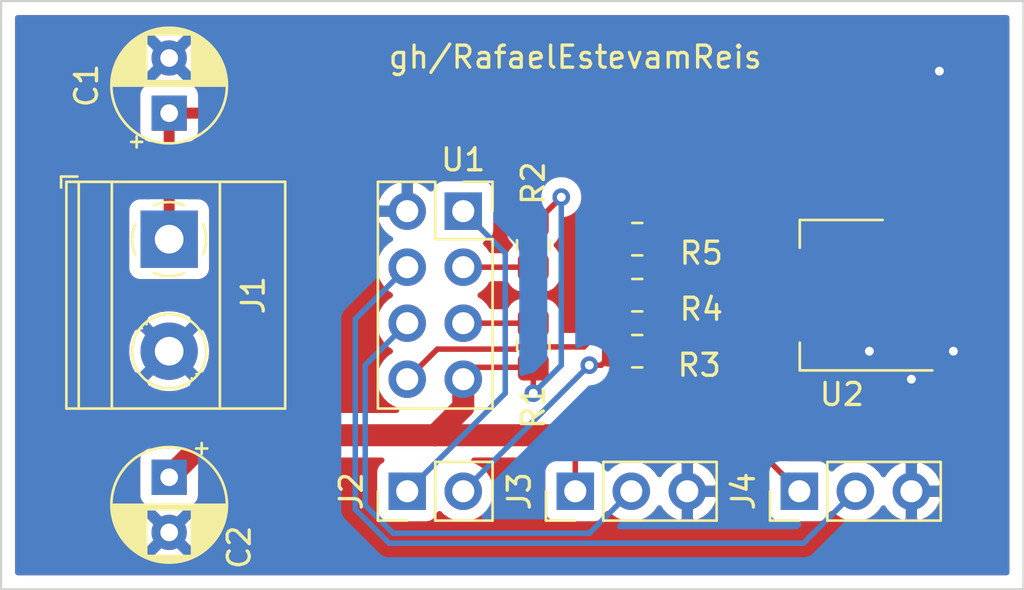
<source format=kicad_pcb>
(kicad_pcb (version 20171130) (host pcbnew "(5.1.10)-1")

  (general
    (thickness 1.6)
    (drawings 5)
    (tracks 56)
    (zones 0)
    (modules 13)
    (nets 12)
  )

  (page A4)
  (layers
    (0 F.Cu signal)
    (31 B.Cu signal)
    (32 B.Adhes user)
    (33 F.Adhes user)
    (34 B.Paste user)
    (35 F.Paste user)
    (36 B.SilkS user)
    (37 F.SilkS user)
    (38 B.Mask user)
    (39 F.Mask user)
    (40 Dwgs.User user)
    (41 Cmts.User user)
    (42 Eco1.User user)
    (43 Eco2.User user)
    (44 Edge.Cuts user)
    (45 Margin user)
    (46 B.CrtYd user)
    (47 F.CrtYd user)
    (48 B.Fab user)
    (49 F.Fab user)
  )

  (setup
    (last_trace_width 0.25)
    (user_trace_width 0.5)
    (user_trace_width 1)
    (trace_clearance 0.2)
    (zone_clearance 0.508)
    (zone_45_only no)
    (trace_min 0.2)
    (via_size 0.8)
    (via_drill 0.4)
    (via_min_size 0.4)
    (via_min_drill 0.3)
    (uvia_size 0.3)
    (uvia_drill 0.1)
    (uvias_allowed no)
    (uvia_min_size 0.2)
    (uvia_min_drill 0.1)
    (edge_width 0.05)
    (segment_width 0.2)
    (pcb_text_width 0.3)
    (pcb_text_size 1.5 1.5)
    (mod_edge_width 0.12)
    (mod_text_size 1 1)
    (mod_text_width 0.15)
    (pad_size 1.524 1.524)
    (pad_drill 0.762)
    (pad_to_mask_clearance 0)
    (aux_axis_origin 0 0)
    (visible_elements 7FFFFFFF)
    (pcbplotparams
      (layerselection 0x010f0_ffffffff)
      (usegerberextensions true)
      (usegerberattributes true)
      (usegerberadvancedattributes true)
      (creategerberjobfile true)
      (excludeedgelayer true)
      (linewidth 0.100000)
      (plotframeref false)
      (viasonmask false)
      (mode 1)
      (useauxorigin false)
      (hpglpennumber 1)
      (hpglpenspeed 20)
      (hpglpendiameter 15.000000)
      (psnegative false)
      (psa4output false)
      (plotreference true)
      (plotvalue true)
      (plotinvisibletext false)
      (padsonsilk false)
      (subtractmaskfromsilk true)
      (outputformat 1)
      (mirror false)
      (drillshape 0)
      (scaleselection 1)
      (outputdirectory "OUTPUT/"))
  )

  (net 0 "")
  (net 1 GND)
  (net 2 /DC_IN)
  (net 3 /3v3)
  (net 4 "Net-(J2-Pad2)")
  (net 5 /3v3_TX)
  (net 6 /GPIO0)
  (net 7 /GPIO2)
  (net 8 "Net-(R1-Pad1)")
  (net 9 "Net-(R2-Pad1)")
  (net 10 /3v3_RX)
  (net 11 "Net-(R4-Pad1)")

  (net_class Default "This is the default net class."
    (clearance 0.2)
    (trace_width 0.25)
    (via_dia 0.8)
    (via_drill 0.4)
    (uvia_dia 0.3)
    (uvia_drill 0.1)
    (add_net /3v3)
    (add_net /3v3_RX)
    (add_net /3v3_TX)
    (add_net /GPIO0)
    (add_net /GPIO2)
    (add_net GND)
    (add_net "Net-(J2-Pad2)")
    (add_net "Net-(R1-Pad1)")
    (add_net "Net-(R2-Pad1)")
    (add_net "Net-(R4-Pad1)")
  )

  (net_class DC-IN ""
    (clearance 0.4)
    (trace_width 0.5)
    (via_dia 0.8)
    (via_drill 0.4)
    (uvia_dia 0.3)
    (uvia_drill 0.1)
    (add_net /DC_IN)
  )

  (module Connector_PinSocket_2.54mm:PinSocket_2x04_P2.54mm_Vertical (layer F.Cu) (tedit 5A19A422) (tstamp 624FF140)
    (at 110.49 104.14)
    (descr "Through hole straight socket strip, 2x04, 2.54mm pitch, double cols (from Kicad 4.0.7), script generated")
    (tags "Through hole socket strip THT 2x04 2.54mm double row")
    (path /624F9D5C)
    (fp_text reference U1 (at 0 -2.33) (layer F.SilkS)
      (effects (font (size 1 1) (thickness 0.15)))
    )
    (fp_text value ESP (at 2.54 -2.54) (layer F.Fab)
      (effects (font (size 1 1) (thickness 0.15)))
    )
    (fp_text user %R (at 1.27 3.81 90) (layer F.Fab)
      (effects (font (size 1 1) (thickness 0.15)))
    )
    (fp_line (start -3.81 -1.27) (end 0.27 -1.27) (layer F.Fab) (width 0.1))
    (fp_line (start 0.27 -1.27) (end 1.27 -0.27) (layer F.Fab) (width 0.1))
    (fp_line (start 1.27 -0.27) (end 1.27 8.89) (layer F.Fab) (width 0.1))
    (fp_line (start 1.27 8.89) (end -3.81 8.89) (layer F.Fab) (width 0.1))
    (fp_line (start -3.81 8.89) (end -3.81 -1.27) (layer F.Fab) (width 0.1))
    (fp_line (start -3.87 -1.33) (end -1.27 -1.33) (layer F.SilkS) (width 0.12))
    (fp_line (start -3.87 -1.33) (end -3.87 8.95) (layer F.SilkS) (width 0.12))
    (fp_line (start -3.87 8.95) (end 1.33 8.95) (layer F.SilkS) (width 0.12))
    (fp_line (start 1.33 1.27) (end 1.33 8.95) (layer F.SilkS) (width 0.12))
    (fp_line (start -1.27 1.27) (end 1.33 1.27) (layer F.SilkS) (width 0.12))
    (fp_line (start -1.27 -1.33) (end -1.27 1.27) (layer F.SilkS) (width 0.12))
    (fp_line (start 1.33 -1.33) (end 1.33 0) (layer F.SilkS) (width 0.12))
    (fp_line (start 0 -1.33) (end 1.33 -1.33) (layer F.SilkS) (width 0.12))
    (fp_line (start -4.34 -1.8) (end 1.76 -1.8) (layer F.CrtYd) (width 0.05))
    (fp_line (start 1.76 -1.8) (end 1.76 9.4) (layer F.CrtYd) (width 0.05))
    (fp_line (start 1.76 9.4) (end -4.34 9.4) (layer F.CrtYd) (width 0.05))
    (fp_line (start -4.34 9.4) (end -4.34 -1.8) (layer F.CrtYd) (width 0.05))
    (pad 8 thru_hole oval (at -2.54 7.62) (size 1.7 1.7) (drill 1) (layers *.Cu *.Mask)
      (net 10 /3v3_RX))
    (pad 7 thru_hole oval (at 0 7.62) (size 1.7 1.7) (drill 1) (layers *.Cu *.Mask)
      (net 3 /3v3))
    (pad 6 thru_hole oval (at -2.54 5.08) (size 1.7 1.7) (drill 1) (layers *.Cu *.Mask)
      (net 6 /GPIO0))
    (pad 5 thru_hole oval (at 0 5.08) (size 1.7 1.7) (drill 1) (layers *.Cu *.Mask)
      (net 8 "Net-(R1-Pad1)"))
    (pad 4 thru_hole oval (at -2.54 2.54) (size 1.7 1.7) (drill 1) (layers *.Cu *.Mask)
      (net 7 /GPIO2))
    (pad 3 thru_hole oval (at 0 2.54) (size 1.7 1.7) (drill 1) (layers *.Cu *.Mask)
      (net 9 "Net-(R2-Pad1)"))
    (pad 2 thru_hole oval (at -2.54 0) (size 1.7 1.7) (drill 1) (layers *.Cu *.Mask)
      (net 1 GND))
    (pad 1 thru_hole rect (at 0 0) (size 1.7 1.7) (drill 1) (layers *.Cu *.Mask)
      (net 5 /3v3_TX))
    (model ${KISYS3DMOD}/Connector_PinSocket_2.54mm.3dshapes/PinSocket_2x04_P2.54mm_Vertical.wrl
      (at (xyz 0 0 0))
      (scale (xyz 1 1 1))
      (rotate (xyz 0 0 0))
    )
  )

  (module Resistor_SMD:R_0805_2012Metric_Pad1.20x1.40mm_HandSolder (layer F.Cu) (tedit 5F68FEEE) (tstamp 62504810)
    (at 118.38 105.41 180)
    (descr "Resistor SMD 0805 (2012 Metric), square (rectangular) end terminal, IPC_7351 nominal with elongated pad for handsoldering. (Body size source: IPC-SM-782 page 72, https://www.pcb-3d.com/wordpress/wp-content/uploads/ipc-sm-782a_amendment_1_and_2.pdf), generated with kicad-footprint-generator")
    (tags "resistor handsolder")
    (path /62508E51)
    (attr smd)
    (fp_text reference R5 (at -2.905 -0.635) (layer F.SilkS)
      (effects (font (size 1 1) (thickness 0.15)))
    )
    (fp_text value 1k (at -2.905 0.635) (layer F.Fab)
      (effects (font (size 1 1) (thickness 0.15)))
    )
    (fp_text user %R (at 0 0) (layer F.Fab)
      (effects (font (size 0.5 0.5) (thickness 0.08)))
    )
    (fp_line (start -1 0.625) (end -1 -0.625) (layer F.Fab) (width 0.1))
    (fp_line (start -1 -0.625) (end 1 -0.625) (layer F.Fab) (width 0.1))
    (fp_line (start 1 -0.625) (end 1 0.625) (layer F.Fab) (width 0.1))
    (fp_line (start 1 0.625) (end -1 0.625) (layer F.Fab) (width 0.1))
    (fp_line (start -0.227064 -0.735) (end 0.227064 -0.735) (layer F.SilkS) (width 0.12))
    (fp_line (start -0.227064 0.735) (end 0.227064 0.735) (layer F.SilkS) (width 0.12))
    (fp_line (start -1.85 0.95) (end -1.85 -0.95) (layer F.CrtYd) (width 0.05))
    (fp_line (start -1.85 -0.95) (end 1.85 -0.95) (layer F.CrtYd) (width 0.05))
    (fp_line (start 1.85 -0.95) (end 1.85 0.95) (layer F.CrtYd) (width 0.05))
    (fp_line (start 1.85 0.95) (end -1.85 0.95) (layer F.CrtYd) (width 0.05))
    (pad 2 smd roundrect (at 1 0 180) (size 1.2 1.4) (layers F.Cu F.Paste F.Mask) (roundrect_rratio 0.2083325)
      (net 11 "Net-(R4-Pad1)"))
    (pad 1 smd roundrect (at -1 0 180) (size 1.2 1.4) (layers F.Cu F.Paste F.Mask) (roundrect_rratio 0.2083325)
      (net 1 GND))
    (model ${KISYS3DMOD}/Resistor_SMD.3dshapes/R_0805_2012Metric.wrl
      (at (xyz 0 0 0))
      (scale (xyz 1 1 1))
      (rotate (xyz 0 0 0))
    )
  )

  (module Resistor_SMD:R_0805_2012Metric_Pad1.20x1.40mm_HandSolder (layer F.Cu) (tedit 5F68FEEE) (tstamp 62504840)
    (at 118.38 107.95)
    (descr "Resistor SMD 0805 (2012 Metric), square (rectangular) end terminal, IPC_7351 nominal with elongated pad for handsoldering. (Body size source: IPC-SM-782 page 72, https://www.pcb-3d.com/wordpress/wp-content/uploads/ipc-sm-782a_amendment_1_and_2.pdf), generated with kicad-footprint-generator")
    (tags "resistor handsolder")
    (path /62507C2D)
    (attr smd)
    (fp_text reference R4 (at 2.905 0.635) (layer F.SilkS)
      (effects (font (size 1 1) (thickness 0.15)))
    )
    (fp_text value 1k (at 2.905 -0.635) (layer F.Fab)
      (effects (font (size 1 1) (thickness 0.15)))
    )
    (fp_text user %R (at 0 0) (layer F.Fab)
      (effects (font (size 0.5 0.5) (thickness 0.08)))
    )
    (fp_line (start -1 0.625) (end -1 -0.625) (layer F.Fab) (width 0.1))
    (fp_line (start -1 -0.625) (end 1 -0.625) (layer F.Fab) (width 0.1))
    (fp_line (start 1 -0.625) (end 1 0.625) (layer F.Fab) (width 0.1))
    (fp_line (start 1 0.625) (end -1 0.625) (layer F.Fab) (width 0.1))
    (fp_line (start -0.227064 -0.735) (end 0.227064 -0.735) (layer F.SilkS) (width 0.12))
    (fp_line (start -0.227064 0.735) (end 0.227064 0.735) (layer F.SilkS) (width 0.12))
    (fp_line (start -1.85 0.95) (end -1.85 -0.95) (layer F.CrtYd) (width 0.05))
    (fp_line (start -1.85 -0.95) (end 1.85 -0.95) (layer F.CrtYd) (width 0.05))
    (fp_line (start 1.85 -0.95) (end 1.85 0.95) (layer F.CrtYd) (width 0.05))
    (fp_line (start 1.85 0.95) (end -1.85 0.95) (layer F.CrtYd) (width 0.05))
    (pad 2 smd roundrect (at 1 0) (size 1.2 1.4) (layers F.Cu F.Paste F.Mask) (roundrect_rratio 0.2083325)
      (net 10 /3v3_RX))
    (pad 1 smd roundrect (at -1 0) (size 1.2 1.4) (layers F.Cu F.Paste F.Mask) (roundrect_rratio 0.2083325)
      (net 11 "Net-(R4-Pad1)"))
    (model ${KISYS3DMOD}/Resistor_SMD.3dshapes/R_0805_2012Metric.wrl
      (at (xyz 0 0 0))
      (scale (xyz 1 1 1))
      (rotate (xyz 0 0 0))
    )
  )

  (module Resistor_SMD:R_0805_2012Metric_Pad1.20x1.40mm_HandSolder (layer F.Cu) (tedit 5F68FEEE) (tstamp 62504870)
    (at 118.38 110.49 180)
    (descr "Resistor SMD 0805 (2012 Metric), square (rectangular) end terminal, IPC_7351 nominal with elongated pad for handsoldering. (Body size source: IPC-SM-782 page 72, https://www.pcb-3d.com/wordpress/wp-content/uploads/ipc-sm-782a_amendment_1_and_2.pdf), generated with kicad-footprint-generator")
    (tags "resistor handsolder")
    (path /625042C1)
    (attr smd)
    (fp_text reference R3 (at -2.81 -0.635) (layer F.SilkS)
      (effects (font (size 1 1) (thickness 0.15)))
    )
    (fp_text value 1k (at -2.81 0.635) (layer F.Fab)
      (effects (font (size 1 1) (thickness 0.15)))
    )
    (fp_text user %R (at 0 0) (layer F.Fab)
      (effects (font (size 0.5 0.5) (thickness 0.08)))
    )
    (fp_line (start -1 0.625) (end -1 -0.625) (layer F.Fab) (width 0.1))
    (fp_line (start -1 -0.625) (end 1 -0.625) (layer F.Fab) (width 0.1))
    (fp_line (start 1 -0.625) (end 1 0.625) (layer F.Fab) (width 0.1))
    (fp_line (start 1 0.625) (end -1 0.625) (layer F.Fab) (width 0.1))
    (fp_line (start -0.227064 -0.735) (end 0.227064 -0.735) (layer F.SilkS) (width 0.12))
    (fp_line (start -0.227064 0.735) (end 0.227064 0.735) (layer F.SilkS) (width 0.12))
    (fp_line (start -1.85 0.95) (end -1.85 -0.95) (layer F.CrtYd) (width 0.05))
    (fp_line (start -1.85 -0.95) (end 1.85 -0.95) (layer F.CrtYd) (width 0.05))
    (fp_line (start 1.85 -0.95) (end 1.85 0.95) (layer F.CrtYd) (width 0.05))
    (fp_line (start 1.85 0.95) (end -1.85 0.95) (layer F.CrtYd) (width 0.05))
    (pad 2 smd roundrect (at 1 0 180) (size 1.2 1.4) (layers F.Cu F.Paste F.Mask) (roundrect_rratio 0.2083325)
      (net 4 "Net-(J2-Pad2)"))
    (pad 1 smd roundrect (at -1 0 180) (size 1.2 1.4) (layers F.Cu F.Paste F.Mask) (roundrect_rratio 0.2083325)
      (net 10 /3v3_RX))
    (model ${KISYS3DMOD}/Resistor_SMD.3dshapes/R_0805_2012Metric.wrl
      (at (xyz 0 0 0))
      (scale (xyz 1 1 1))
      (rotate (xyz 0 0 0))
    )
  )

  (module Resistor_SMD:R_0805_2012Metric_Pad1.20x1.40mm_HandSolder (layer F.Cu) (tedit 5F68FEEE) (tstamp 624FF0DD)
    (at 113.665 105.68 90)
    (descr "Resistor SMD 0805 (2012 Metric), square (rectangular) end terminal, IPC_7351 nominal with elongated pad for handsoldering. (Body size source: IPC-SM-782 page 72, https://www.pcb-3d.com/wordpress/wp-content/uploads/ipc-sm-782a_amendment_1_and_2.pdf), generated with kicad-footprint-generator")
    (tags "resistor handsolder")
    (path /624FD148)
    (attr smd)
    (fp_text reference R2 (at 2.81 0 90) (layer F.SilkS)
      (effects (font (size 1 1) (thickness 0.15)))
    )
    (fp_text value 10k (at -0.365 1.27 90) (layer F.Fab)
      (effects (font (size 1 1) (thickness 0.15)))
    )
    (fp_text user %R (at 0 0 90) (layer F.Fab)
      (effects (font (size 0.5 0.5) (thickness 0.08)))
    )
    (fp_line (start -1 0.625) (end -1 -0.625) (layer F.Fab) (width 0.1))
    (fp_line (start -1 -0.625) (end 1 -0.625) (layer F.Fab) (width 0.1))
    (fp_line (start 1 -0.625) (end 1 0.625) (layer F.Fab) (width 0.1))
    (fp_line (start 1 0.625) (end -1 0.625) (layer F.Fab) (width 0.1))
    (fp_line (start -0.227064 -0.735) (end 0.227064 -0.735) (layer F.SilkS) (width 0.12))
    (fp_line (start -0.227064 0.735) (end 0.227064 0.735) (layer F.SilkS) (width 0.12))
    (fp_line (start -1.85 0.95) (end -1.85 -0.95) (layer F.CrtYd) (width 0.05))
    (fp_line (start -1.85 -0.95) (end 1.85 -0.95) (layer F.CrtYd) (width 0.05))
    (fp_line (start 1.85 -0.95) (end 1.85 0.95) (layer F.CrtYd) (width 0.05))
    (fp_line (start 1.85 0.95) (end -1.85 0.95) (layer F.CrtYd) (width 0.05))
    (pad 2 smd roundrect (at 1 0 90) (size 1.2 1.4) (layers F.Cu F.Paste F.Mask) (roundrect_rratio 0.2083325)
      (net 3 /3v3))
    (pad 1 smd roundrect (at -1 0 90) (size 1.2 1.4) (layers F.Cu F.Paste F.Mask) (roundrect_rratio 0.2083325)
      (net 9 "Net-(R2-Pad1)"))
    (model ${KISYS3DMOD}/Resistor_SMD.3dshapes/R_0805_2012Metric.wrl
      (at (xyz 0 0 0))
      (scale (xyz 1 1 1))
      (rotate (xyz 0 0 0))
    )
  )

  (module Resistor_SMD:R_0805_2012Metric_Pad1.20x1.40mm_HandSolder (layer F.Cu) (tedit 5F68FEEE) (tstamp 625018F9)
    (at 113.665 110.22 270)
    (descr "Resistor SMD 0805 (2012 Metric), square (rectangular) end terminal, IPC_7351 nominal with elongated pad for handsoldering. (Body size source: IPC-SM-782 page 72, https://www.pcb-3d.com/wordpress/wp-content/uploads/ipc-sm-782a_amendment_1_and_2.pdf), generated with kicad-footprint-generator")
    (tags "resistor handsolder")
    (path /624FBE2D)
    (attr smd)
    (fp_text reference R1 (at 2.81 0 90) (layer F.SilkS)
      (effects (font (size 1 1) (thickness 0.15)))
    )
    (fp_text value 10k (at 0.27 -1.27 90) (layer F.Fab)
      (effects (font (size 1 1) (thickness 0.15)))
    )
    (fp_text user %R (at 0 0 90) (layer F.Fab)
      (effects (font (size 0.5 0.5) (thickness 0.08)))
    )
    (fp_line (start -1 0.625) (end -1 -0.625) (layer F.Fab) (width 0.1))
    (fp_line (start -1 -0.625) (end 1 -0.625) (layer F.Fab) (width 0.1))
    (fp_line (start 1 -0.625) (end 1 0.625) (layer F.Fab) (width 0.1))
    (fp_line (start 1 0.625) (end -1 0.625) (layer F.Fab) (width 0.1))
    (fp_line (start -0.227064 -0.735) (end 0.227064 -0.735) (layer F.SilkS) (width 0.12))
    (fp_line (start -0.227064 0.735) (end 0.227064 0.735) (layer F.SilkS) (width 0.12))
    (fp_line (start -1.85 0.95) (end -1.85 -0.95) (layer F.CrtYd) (width 0.05))
    (fp_line (start -1.85 -0.95) (end 1.85 -0.95) (layer F.CrtYd) (width 0.05))
    (fp_line (start 1.85 -0.95) (end 1.85 0.95) (layer F.CrtYd) (width 0.05))
    (fp_line (start 1.85 0.95) (end -1.85 0.95) (layer F.CrtYd) (width 0.05))
    (pad 2 smd roundrect (at 1 0 270) (size 1.2 1.4) (layers F.Cu F.Paste F.Mask) (roundrect_rratio 0.2083325)
      (net 3 /3v3))
    (pad 1 smd roundrect (at -1 0 270) (size 1.2 1.4) (layers F.Cu F.Paste F.Mask) (roundrect_rratio 0.2083325)
      (net 8 "Net-(R1-Pad1)"))
    (model ${KISYS3DMOD}/Resistor_SMD.3dshapes/R_0805_2012Metric.wrl
      (at (xyz 0 0 0))
      (scale (xyz 1 1 1))
      (rotate (xyz 0 0 0))
    )
  )

  (module Package_TO_SOT_SMD:SOT-223-3_TabPin2 (layer F.Cu) (tedit 5A02FF57) (tstamp 624FF156)
    (at 127.66 107.95 180)
    (descr "module CMS SOT223 4 pins")
    (tags "CMS SOT")
    (path /624F6C22)
    (attr smd)
    (fp_text reference U2 (at 0 -4.5) (layer F.SilkS)
      (effects (font (size 1 1) (thickness 0.15)))
    )
    (fp_text value AMS1117 (at 0 4.5) (layer F.Fab)
      (effects (font (size 1 1) (thickness 0.15)))
    )
    (fp_line (start 1.85 -3.35) (end 1.85 3.35) (layer F.Fab) (width 0.1))
    (fp_line (start -1.85 3.35) (end 1.85 3.35) (layer F.Fab) (width 0.1))
    (fp_line (start -4.1 -3.41) (end 1.91 -3.41) (layer F.SilkS) (width 0.12))
    (fp_line (start -0.85 -3.35) (end 1.85 -3.35) (layer F.Fab) (width 0.1))
    (fp_line (start -1.85 3.41) (end 1.91 3.41) (layer F.SilkS) (width 0.12))
    (fp_line (start -1.85 -2.35) (end -1.85 3.35) (layer F.Fab) (width 0.1))
    (fp_line (start -1.85 -2.35) (end -0.85 -3.35) (layer F.Fab) (width 0.1))
    (fp_line (start -4.4 -3.6) (end -4.4 3.6) (layer F.CrtYd) (width 0.05))
    (fp_line (start -4.4 3.6) (end 4.4 3.6) (layer F.CrtYd) (width 0.05))
    (fp_line (start 4.4 3.6) (end 4.4 -3.6) (layer F.CrtYd) (width 0.05))
    (fp_line (start 4.4 -3.6) (end -4.4 -3.6) (layer F.CrtYd) (width 0.05))
    (fp_line (start 1.91 -3.41) (end 1.91 -2.15) (layer F.SilkS) (width 0.12))
    (fp_line (start 1.91 3.41) (end 1.91 2.15) (layer F.SilkS) (width 0.12))
    (fp_text user %R (at 0 0 90) (layer F.Fab)
      (effects (font (size 0.8 0.8) (thickness 0.12)))
    )
    (pad 1 smd rect (at -3.15 -2.3 180) (size 2 1.5) (layers F.Cu F.Paste F.Mask)
      (net 1 GND))
    (pad 3 smd rect (at -3.15 2.3 180) (size 2 1.5) (layers F.Cu F.Paste F.Mask)
      (net 2 /DC_IN))
    (pad 2 smd rect (at -3.15 0 180) (size 2 1.5) (layers F.Cu F.Paste F.Mask)
      (net 3 /3v3))
    (pad 2 smd rect (at 3.15 0 180) (size 2 3.8) (layers F.Cu F.Paste F.Mask)
      (net 3 /3v3))
    (model ${KISYS3DMOD}/Package_TO_SOT_SMD.3dshapes/SOT-223.wrl
      (at (xyz 0 0 0))
      (scale (xyz 1 1 1))
      (rotate (xyz 0 0 0))
    )
  )

  (module Connector_PinHeader_2.54mm:PinHeader_1x03_P2.54mm_Vertical (layer F.Cu) (tedit 59FED5CC) (tstamp 624FF0AF)
    (at 125.73 116.84 90)
    (descr "Through hole straight pin header, 1x03, 2.54mm pitch, single row")
    (tags "Through hole pin header THT 1x03 2.54mm single row")
    (path /62513810)
    (fp_text reference J4 (at 0 -2.54 270) (layer F.SilkS)
      (effects (font (size 1 1) (thickness 0.15)))
    )
    (fp_text value IO2 (at -2.54 2.54 180) (layer F.Fab)
      (effects (font (size 1 1) (thickness 0.15)))
    )
    (fp_line (start 1.8 -1.8) (end -1.8 -1.8) (layer F.CrtYd) (width 0.05))
    (fp_line (start 1.8 6.85) (end 1.8 -1.8) (layer F.CrtYd) (width 0.05))
    (fp_line (start -1.8 6.85) (end 1.8 6.85) (layer F.CrtYd) (width 0.05))
    (fp_line (start -1.8 -1.8) (end -1.8 6.85) (layer F.CrtYd) (width 0.05))
    (fp_line (start -1.33 -1.33) (end 0 -1.33) (layer F.SilkS) (width 0.12))
    (fp_line (start -1.33 0) (end -1.33 -1.33) (layer F.SilkS) (width 0.12))
    (fp_line (start -1.33 1.27) (end 1.33 1.27) (layer F.SilkS) (width 0.12))
    (fp_line (start 1.33 1.27) (end 1.33 6.41) (layer F.SilkS) (width 0.12))
    (fp_line (start -1.33 1.27) (end -1.33 6.41) (layer F.SilkS) (width 0.12))
    (fp_line (start -1.33 6.41) (end 1.33 6.41) (layer F.SilkS) (width 0.12))
    (fp_line (start -1.27 -0.635) (end -0.635 -1.27) (layer F.Fab) (width 0.1))
    (fp_line (start -1.27 6.35) (end -1.27 -0.635) (layer F.Fab) (width 0.1))
    (fp_line (start 1.27 6.35) (end -1.27 6.35) (layer F.Fab) (width 0.1))
    (fp_line (start 1.27 -1.27) (end 1.27 6.35) (layer F.Fab) (width 0.1))
    (fp_line (start -0.635 -1.27) (end 1.27 -1.27) (layer F.Fab) (width 0.1))
    (fp_text user %R (at 0 2.54) (layer F.Fab)
      (effects (font (size 1 1) (thickness 0.15)))
    )
    (pad 3 thru_hole oval (at 0 5.08 90) (size 1.7 1.7) (drill 1) (layers *.Cu *.Mask)
      (net 1 GND))
    (pad 2 thru_hole oval (at 0 2.54 90) (size 1.7 1.7) (drill 1) (layers *.Cu *.Mask)
      (net 7 /GPIO2))
    (pad 1 thru_hole rect (at 0 0 90) (size 1.7 1.7) (drill 1) (layers *.Cu *.Mask)
      (net 3 /3v3))
    (model ${KISYS3DMOD}/Connector_PinHeader_2.54mm.3dshapes/PinHeader_1x03_P2.54mm_Vertical.wrl
      (at (xyz 0 0 0))
      (scale (xyz 1 1 1))
      (rotate (xyz 0 0 0))
    )
  )

  (module Connector_PinHeader_2.54mm:PinHeader_1x03_P2.54mm_Vertical (layer F.Cu) (tedit 59FED5CC) (tstamp 624FF098)
    (at 115.57 116.84 90)
    (descr "Through hole straight pin header, 1x03, 2.54mm pitch, single row")
    (tags "Through hole pin header THT 1x03 2.54mm single row")
    (path /6250FBF4)
    (fp_text reference J3 (at 0 -2.54 270) (layer F.SilkS)
      (effects (font (size 1 1) (thickness 0.15)))
    )
    (fp_text value IO0 (at -2.54 3.81 180) (layer F.Fab)
      (effects (font (size 1 1) (thickness 0.15)))
    )
    (fp_line (start 1.8 -1.8) (end -1.8 -1.8) (layer F.CrtYd) (width 0.05))
    (fp_line (start 1.8 6.85) (end 1.8 -1.8) (layer F.CrtYd) (width 0.05))
    (fp_line (start -1.8 6.85) (end 1.8 6.85) (layer F.CrtYd) (width 0.05))
    (fp_line (start -1.8 -1.8) (end -1.8 6.85) (layer F.CrtYd) (width 0.05))
    (fp_line (start -1.33 -1.33) (end 0 -1.33) (layer F.SilkS) (width 0.12))
    (fp_line (start -1.33 0) (end -1.33 -1.33) (layer F.SilkS) (width 0.12))
    (fp_line (start -1.33 1.27) (end 1.33 1.27) (layer F.SilkS) (width 0.12))
    (fp_line (start 1.33 1.27) (end 1.33 6.41) (layer F.SilkS) (width 0.12))
    (fp_line (start -1.33 1.27) (end -1.33 6.41) (layer F.SilkS) (width 0.12))
    (fp_line (start -1.33 6.41) (end 1.33 6.41) (layer F.SilkS) (width 0.12))
    (fp_line (start -1.27 -0.635) (end -0.635 -1.27) (layer F.Fab) (width 0.1))
    (fp_line (start -1.27 6.35) (end -1.27 -0.635) (layer F.Fab) (width 0.1))
    (fp_line (start 1.27 6.35) (end -1.27 6.35) (layer F.Fab) (width 0.1))
    (fp_line (start 1.27 -1.27) (end 1.27 6.35) (layer F.Fab) (width 0.1))
    (fp_line (start -0.635 -1.27) (end 1.27 -1.27) (layer F.Fab) (width 0.1))
    (fp_text user %R (at 0 2.54) (layer F.Fab)
      (effects (font (size 1 1) (thickness 0.15)))
    )
    (pad 3 thru_hole oval (at 0 5.08 90) (size 1.7 1.7) (drill 1) (layers *.Cu *.Mask)
      (net 1 GND))
    (pad 2 thru_hole oval (at 0 2.54 90) (size 1.7 1.7) (drill 1) (layers *.Cu *.Mask)
      (net 6 /GPIO0))
    (pad 1 thru_hole rect (at 0 0 90) (size 1.7 1.7) (drill 1) (layers *.Cu *.Mask)
      (net 3 /3v3))
    (model ${KISYS3DMOD}/Connector_PinHeader_2.54mm.3dshapes/PinHeader_1x03_P2.54mm_Vertical.wrl
      (at (xyz 0 0 0))
      (scale (xyz 1 1 1))
      (rotate (xyz 0 0 0))
    )
  )

  (module Connector_PinHeader_2.54mm:PinHeader_1x02_P2.54mm_Vertical (layer F.Cu) (tedit 59FED5CC) (tstamp 624FF081)
    (at 107.95 116.84 90)
    (descr "Through hole straight pin header, 1x02, 2.54mm pitch, single row")
    (tags "Through hole pin header THT 1x02 2.54mm single row")
    (path /62501EDC)
    (fp_text reference J2 (at 0 -2.54 90) (layer F.SilkS)
      (effects (font (size 1 1) (thickness 0.15)))
    )
    (fp_text value 5vSerial (at -2.54 1.27 180) (layer F.Fab)
      (effects (font (size 1 1) (thickness 0.15)))
    )
    (fp_line (start 1.8 -1.8) (end -1.8 -1.8) (layer F.CrtYd) (width 0.05))
    (fp_line (start 1.8 4.35) (end 1.8 -1.8) (layer F.CrtYd) (width 0.05))
    (fp_line (start -1.8 4.35) (end 1.8 4.35) (layer F.CrtYd) (width 0.05))
    (fp_line (start -1.8 -1.8) (end -1.8 4.35) (layer F.CrtYd) (width 0.05))
    (fp_line (start -1.33 -1.33) (end 0 -1.33) (layer F.SilkS) (width 0.12))
    (fp_line (start -1.33 0) (end -1.33 -1.33) (layer F.SilkS) (width 0.12))
    (fp_line (start -1.33 1.27) (end 1.33 1.27) (layer F.SilkS) (width 0.12))
    (fp_line (start 1.33 1.27) (end 1.33 3.87) (layer F.SilkS) (width 0.12))
    (fp_line (start -1.33 1.27) (end -1.33 3.87) (layer F.SilkS) (width 0.12))
    (fp_line (start -1.33 3.87) (end 1.33 3.87) (layer F.SilkS) (width 0.12))
    (fp_line (start -1.27 -0.635) (end -0.635 -1.27) (layer F.Fab) (width 0.1))
    (fp_line (start -1.27 3.81) (end -1.27 -0.635) (layer F.Fab) (width 0.1))
    (fp_line (start 1.27 3.81) (end -1.27 3.81) (layer F.Fab) (width 0.1))
    (fp_line (start 1.27 -1.27) (end 1.27 3.81) (layer F.Fab) (width 0.1))
    (fp_line (start -0.635 -1.27) (end 1.27 -1.27) (layer F.Fab) (width 0.1))
    (fp_text user %R (at 0 1.27) (layer F.Fab)
      (effects (font (size 1 1) (thickness 0.15)))
    )
    (pad 2 thru_hole oval (at 0 2.54 90) (size 1.7 1.7) (drill 1) (layers *.Cu *.Mask)
      (net 4 "Net-(J2-Pad2)"))
    (pad 1 thru_hole rect (at 0 0 90) (size 1.7 1.7) (drill 1) (layers *.Cu *.Mask)
      (net 5 /3v3_TX))
    (model ${KISYS3DMOD}/Connector_PinHeader_2.54mm.3dshapes/PinHeader_1x02_P2.54mm_Vertical.wrl
      (at (xyz 0 0 0))
      (scale (xyz 1 1 1))
      (rotate (xyz 0 0 0))
    )
  )

  (module TerminalBlock_Phoenix:TerminalBlock_Phoenix_MKDS-1,5-2-5.08_1x02_P5.08mm_Horizontal (layer F.Cu) (tedit 5B294EBC) (tstamp 625033B9)
    (at 97.155 105.41 270)
    (descr "Terminal Block Phoenix MKDS-1,5-2-5.08, 2 pins, pitch 5.08mm, size 10.2x9.8mm^2, drill diamater 1.3mm, pad diameter 2.6mm, see http://www.farnell.com/datasheets/100425.pdf, script-generated using https://github.com/pointhi/kicad-footprint-generator/scripts/TerminalBlock_Phoenix")
    (tags "THT Terminal Block Phoenix MKDS-1,5-2-5.08 pitch 5.08mm size 10.2x9.8mm^2 drill 1.3mm pad 2.6mm")
    (path /624F5AF2)
    (fp_text reference J1 (at 2.54 -3.81 90) (layer F.SilkS)
      (effects (font (size 1 1) (thickness 0.15)))
    )
    (fp_text value "DC IN" (at 2.54 5.66 90) (layer F.Fab)
      (effects (font (size 1 1) (thickness 0.15)))
    )
    (fp_line (start 8.13 -5.71) (end -3.04 -5.71) (layer F.CrtYd) (width 0.05))
    (fp_line (start 8.13 5.1) (end 8.13 -5.71) (layer F.CrtYd) (width 0.05))
    (fp_line (start -3.04 5.1) (end 8.13 5.1) (layer F.CrtYd) (width 0.05))
    (fp_line (start -3.04 -5.71) (end -3.04 5.1) (layer F.CrtYd) (width 0.05))
    (fp_line (start -2.84 4.9) (end -2.34 4.9) (layer F.SilkS) (width 0.12))
    (fp_line (start -2.84 4.16) (end -2.84 4.9) (layer F.SilkS) (width 0.12))
    (fp_line (start 3.853 1.023) (end 3.806 1.069) (layer F.SilkS) (width 0.12))
    (fp_line (start 6.15 -1.275) (end 6.115 -1.239) (layer F.SilkS) (width 0.12))
    (fp_line (start 4.046 1.239) (end 4.011 1.274) (layer F.SilkS) (width 0.12))
    (fp_line (start 6.355 -1.069) (end 6.308 -1.023) (layer F.SilkS) (width 0.12))
    (fp_line (start 6.035 -1.138) (end 3.943 0.955) (layer F.Fab) (width 0.1))
    (fp_line (start 6.218 -0.955) (end 4.126 1.138) (layer F.Fab) (width 0.1))
    (fp_line (start 0.955 -1.138) (end -1.138 0.955) (layer F.Fab) (width 0.1))
    (fp_line (start 1.138 -0.955) (end -0.955 1.138) (layer F.Fab) (width 0.1))
    (fp_line (start 7.68 -5.261) (end 7.68 4.66) (layer F.SilkS) (width 0.12))
    (fp_line (start -2.6 -5.261) (end -2.6 4.66) (layer F.SilkS) (width 0.12))
    (fp_line (start -2.6 4.66) (end 7.68 4.66) (layer F.SilkS) (width 0.12))
    (fp_line (start -2.6 -5.261) (end 7.68 -5.261) (layer F.SilkS) (width 0.12))
    (fp_line (start -2.6 -2.301) (end 7.68 -2.301) (layer F.SilkS) (width 0.12))
    (fp_line (start -2.54 -2.3) (end 7.62 -2.3) (layer F.Fab) (width 0.1))
    (fp_line (start -2.6 2.6) (end 7.68 2.6) (layer F.SilkS) (width 0.12))
    (fp_line (start -2.54 2.6) (end 7.62 2.6) (layer F.Fab) (width 0.1))
    (fp_line (start -2.6 4.1) (end 7.68 4.1) (layer F.SilkS) (width 0.12))
    (fp_line (start -2.54 4.1) (end 7.62 4.1) (layer F.Fab) (width 0.1))
    (fp_line (start -2.54 4.1) (end -2.54 -5.2) (layer F.Fab) (width 0.1))
    (fp_line (start -2.04 4.6) (end -2.54 4.1) (layer F.Fab) (width 0.1))
    (fp_line (start 7.62 4.6) (end -2.04 4.6) (layer F.Fab) (width 0.1))
    (fp_line (start 7.62 -5.2) (end 7.62 4.6) (layer F.Fab) (width 0.1))
    (fp_line (start -2.54 -5.2) (end 7.62 -5.2) (layer F.Fab) (width 0.1))
    (fp_circle (center 5.08 0) (end 6.76 0) (layer F.SilkS) (width 0.12))
    (fp_circle (center 5.08 0) (end 6.58 0) (layer F.Fab) (width 0.1))
    (fp_circle (center 0 0) (end 1.5 0) (layer F.Fab) (width 0.1))
    (fp_text user %R (at 2.54 3.2 90) (layer F.Fab)
      (effects (font (size 1 1) (thickness 0.15)))
    )
    (fp_arc (start 0 0) (end -0.684 1.535) (angle -25) (layer F.SilkS) (width 0.12))
    (fp_arc (start 0 0) (end -1.535 -0.684) (angle -48) (layer F.SilkS) (width 0.12))
    (fp_arc (start 0 0) (end 0.684 -1.535) (angle -48) (layer F.SilkS) (width 0.12))
    (fp_arc (start 0 0) (end 1.535 0.684) (angle -48) (layer F.SilkS) (width 0.12))
    (fp_arc (start 0 0) (end 0 1.68) (angle -24) (layer F.SilkS) (width 0.12))
    (pad 2 thru_hole circle (at 5.08 0 270) (size 2.6 2.6) (drill 1.3) (layers *.Cu *.Mask)
      (net 1 GND))
    (pad 1 thru_hole rect (at 0 0 270) (size 2.6 2.6) (drill 1.3) (layers *.Cu *.Mask)
      (net 2 /DC_IN))
    (model ${KISYS3DMOD}/TerminalBlock_Phoenix.3dshapes/TerminalBlock_Phoenix_MKDS-1,5-2-5.08_1x02_P5.08mm_Horizontal.wrl
      (at (xyz 0 0 0))
      (scale (xyz 1 1 1))
      (rotate (xyz 0 0 0))
    )
  )

  (module Capacitor_THT:CP_Radial_D5.0mm_P2.50mm (layer F.Cu) (tedit 5AE50EF0) (tstamp 62503FB2)
    (at 97.155 116.205 270)
    (descr "CP, Radial series, Radial, pin pitch=2.50mm, , diameter=5mm, Electrolytic Capacitor")
    (tags "CP Radial series Radial pin pitch 2.50mm  diameter 5mm Electrolytic Capacitor")
    (path /624F9017)
    (fp_text reference C2 (at 3.175 -3.175 90) (layer F.SilkS)
      (effects (font (size 1 1) (thickness 0.15)))
    )
    (fp_text value 10uF (at 1.25 3.81 90) (layer F.Fab)
      (effects (font (size 1 1) (thickness 0.15)))
    )
    (fp_line (start -1.304775 -1.725) (end -1.304775 -1.225) (layer F.SilkS) (width 0.12))
    (fp_line (start -1.554775 -1.475) (end -1.054775 -1.475) (layer F.SilkS) (width 0.12))
    (fp_line (start 3.851 -0.284) (end 3.851 0.284) (layer F.SilkS) (width 0.12))
    (fp_line (start 3.811 -0.518) (end 3.811 0.518) (layer F.SilkS) (width 0.12))
    (fp_line (start 3.771 -0.677) (end 3.771 0.677) (layer F.SilkS) (width 0.12))
    (fp_line (start 3.731 -0.805) (end 3.731 0.805) (layer F.SilkS) (width 0.12))
    (fp_line (start 3.691 -0.915) (end 3.691 0.915) (layer F.SilkS) (width 0.12))
    (fp_line (start 3.651 -1.011) (end 3.651 1.011) (layer F.SilkS) (width 0.12))
    (fp_line (start 3.611 -1.098) (end 3.611 1.098) (layer F.SilkS) (width 0.12))
    (fp_line (start 3.571 -1.178) (end 3.571 1.178) (layer F.SilkS) (width 0.12))
    (fp_line (start 3.531 1.04) (end 3.531 1.251) (layer F.SilkS) (width 0.12))
    (fp_line (start 3.531 -1.251) (end 3.531 -1.04) (layer F.SilkS) (width 0.12))
    (fp_line (start 3.491 1.04) (end 3.491 1.319) (layer F.SilkS) (width 0.12))
    (fp_line (start 3.491 -1.319) (end 3.491 -1.04) (layer F.SilkS) (width 0.12))
    (fp_line (start 3.451 1.04) (end 3.451 1.383) (layer F.SilkS) (width 0.12))
    (fp_line (start 3.451 -1.383) (end 3.451 -1.04) (layer F.SilkS) (width 0.12))
    (fp_line (start 3.411 1.04) (end 3.411 1.443) (layer F.SilkS) (width 0.12))
    (fp_line (start 3.411 -1.443) (end 3.411 -1.04) (layer F.SilkS) (width 0.12))
    (fp_line (start 3.371 1.04) (end 3.371 1.5) (layer F.SilkS) (width 0.12))
    (fp_line (start 3.371 -1.5) (end 3.371 -1.04) (layer F.SilkS) (width 0.12))
    (fp_line (start 3.331 1.04) (end 3.331 1.554) (layer F.SilkS) (width 0.12))
    (fp_line (start 3.331 -1.554) (end 3.331 -1.04) (layer F.SilkS) (width 0.12))
    (fp_line (start 3.291 1.04) (end 3.291 1.605) (layer F.SilkS) (width 0.12))
    (fp_line (start 3.291 -1.605) (end 3.291 -1.04) (layer F.SilkS) (width 0.12))
    (fp_line (start 3.251 1.04) (end 3.251 1.653) (layer F.SilkS) (width 0.12))
    (fp_line (start 3.251 -1.653) (end 3.251 -1.04) (layer F.SilkS) (width 0.12))
    (fp_line (start 3.211 1.04) (end 3.211 1.699) (layer F.SilkS) (width 0.12))
    (fp_line (start 3.211 -1.699) (end 3.211 -1.04) (layer F.SilkS) (width 0.12))
    (fp_line (start 3.171 1.04) (end 3.171 1.743) (layer F.SilkS) (width 0.12))
    (fp_line (start 3.171 -1.743) (end 3.171 -1.04) (layer F.SilkS) (width 0.12))
    (fp_line (start 3.131 1.04) (end 3.131 1.785) (layer F.SilkS) (width 0.12))
    (fp_line (start 3.131 -1.785) (end 3.131 -1.04) (layer F.SilkS) (width 0.12))
    (fp_line (start 3.091 1.04) (end 3.091 1.826) (layer F.SilkS) (width 0.12))
    (fp_line (start 3.091 -1.826) (end 3.091 -1.04) (layer F.SilkS) (width 0.12))
    (fp_line (start 3.051 1.04) (end 3.051 1.864) (layer F.SilkS) (width 0.12))
    (fp_line (start 3.051 -1.864) (end 3.051 -1.04) (layer F.SilkS) (width 0.12))
    (fp_line (start 3.011 1.04) (end 3.011 1.901) (layer F.SilkS) (width 0.12))
    (fp_line (start 3.011 -1.901) (end 3.011 -1.04) (layer F.SilkS) (width 0.12))
    (fp_line (start 2.971 1.04) (end 2.971 1.937) (layer F.SilkS) (width 0.12))
    (fp_line (start 2.971 -1.937) (end 2.971 -1.04) (layer F.SilkS) (width 0.12))
    (fp_line (start 2.931 1.04) (end 2.931 1.971) (layer F.SilkS) (width 0.12))
    (fp_line (start 2.931 -1.971) (end 2.931 -1.04) (layer F.SilkS) (width 0.12))
    (fp_line (start 2.891 1.04) (end 2.891 2.004) (layer F.SilkS) (width 0.12))
    (fp_line (start 2.891 -2.004) (end 2.891 -1.04) (layer F.SilkS) (width 0.12))
    (fp_line (start 2.851 1.04) (end 2.851 2.035) (layer F.SilkS) (width 0.12))
    (fp_line (start 2.851 -2.035) (end 2.851 -1.04) (layer F.SilkS) (width 0.12))
    (fp_line (start 2.811 1.04) (end 2.811 2.065) (layer F.SilkS) (width 0.12))
    (fp_line (start 2.811 -2.065) (end 2.811 -1.04) (layer F.SilkS) (width 0.12))
    (fp_line (start 2.771 1.04) (end 2.771 2.095) (layer F.SilkS) (width 0.12))
    (fp_line (start 2.771 -2.095) (end 2.771 -1.04) (layer F.SilkS) (width 0.12))
    (fp_line (start 2.731 1.04) (end 2.731 2.122) (layer F.SilkS) (width 0.12))
    (fp_line (start 2.731 -2.122) (end 2.731 -1.04) (layer F.SilkS) (width 0.12))
    (fp_line (start 2.691 1.04) (end 2.691 2.149) (layer F.SilkS) (width 0.12))
    (fp_line (start 2.691 -2.149) (end 2.691 -1.04) (layer F.SilkS) (width 0.12))
    (fp_line (start 2.651 1.04) (end 2.651 2.175) (layer F.SilkS) (width 0.12))
    (fp_line (start 2.651 -2.175) (end 2.651 -1.04) (layer F.SilkS) (width 0.12))
    (fp_line (start 2.611 1.04) (end 2.611 2.2) (layer F.SilkS) (width 0.12))
    (fp_line (start 2.611 -2.2) (end 2.611 -1.04) (layer F.SilkS) (width 0.12))
    (fp_line (start 2.571 1.04) (end 2.571 2.224) (layer F.SilkS) (width 0.12))
    (fp_line (start 2.571 -2.224) (end 2.571 -1.04) (layer F.SilkS) (width 0.12))
    (fp_line (start 2.531 1.04) (end 2.531 2.247) (layer F.SilkS) (width 0.12))
    (fp_line (start 2.531 -2.247) (end 2.531 -1.04) (layer F.SilkS) (width 0.12))
    (fp_line (start 2.491 1.04) (end 2.491 2.268) (layer F.SilkS) (width 0.12))
    (fp_line (start 2.491 -2.268) (end 2.491 -1.04) (layer F.SilkS) (width 0.12))
    (fp_line (start 2.451 1.04) (end 2.451 2.29) (layer F.SilkS) (width 0.12))
    (fp_line (start 2.451 -2.29) (end 2.451 -1.04) (layer F.SilkS) (width 0.12))
    (fp_line (start 2.411 1.04) (end 2.411 2.31) (layer F.SilkS) (width 0.12))
    (fp_line (start 2.411 -2.31) (end 2.411 -1.04) (layer F.SilkS) (width 0.12))
    (fp_line (start 2.371 1.04) (end 2.371 2.329) (layer F.SilkS) (width 0.12))
    (fp_line (start 2.371 -2.329) (end 2.371 -1.04) (layer F.SilkS) (width 0.12))
    (fp_line (start 2.331 1.04) (end 2.331 2.348) (layer F.SilkS) (width 0.12))
    (fp_line (start 2.331 -2.348) (end 2.331 -1.04) (layer F.SilkS) (width 0.12))
    (fp_line (start 2.291 1.04) (end 2.291 2.365) (layer F.SilkS) (width 0.12))
    (fp_line (start 2.291 -2.365) (end 2.291 -1.04) (layer F.SilkS) (width 0.12))
    (fp_line (start 2.251 1.04) (end 2.251 2.382) (layer F.SilkS) (width 0.12))
    (fp_line (start 2.251 -2.382) (end 2.251 -1.04) (layer F.SilkS) (width 0.12))
    (fp_line (start 2.211 1.04) (end 2.211 2.398) (layer F.SilkS) (width 0.12))
    (fp_line (start 2.211 -2.398) (end 2.211 -1.04) (layer F.SilkS) (width 0.12))
    (fp_line (start 2.171 1.04) (end 2.171 2.414) (layer F.SilkS) (width 0.12))
    (fp_line (start 2.171 -2.414) (end 2.171 -1.04) (layer F.SilkS) (width 0.12))
    (fp_line (start 2.131 1.04) (end 2.131 2.428) (layer F.SilkS) (width 0.12))
    (fp_line (start 2.131 -2.428) (end 2.131 -1.04) (layer F.SilkS) (width 0.12))
    (fp_line (start 2.091 1.04) (end 2.091 2.442) (layer F.SilkS) (width 0.12))
    (fp_line (start 2.091 -2.442) (end 2.091 -1.04) (layer F.SilkS) (width 0.12))
    (fp_line (start 2.051 1.04) (end 2.051 2.455) (layer F.SilkS) (width 0.12))
    (fp_line (start 2.051 -2.455) (end 2.051 -1.04) (layer F.SilkS) (width 0.12))
    (fp_line (start 2.011 1.04) (end 2.011 2.468) (layer F.SilkS) (width 0.12))
    (fp_line (start 2.011 -2.468) (end 2.011 -1.04) (layer F.SilkS) (width 0.12))
    (fp_line (start 1.971 1.04) (end 1.971 2.48) (layer F.SilkS) (width 0.12))
    (fp_line (start 1.971 -2.48) (end 1.971 -1.04) (layer F.SilkS) (width 0.12))
    (fp_line (start 1.93 1.04) (end 1.93 2.491) (layer F.SilkS) (width 0.12))
    (fp_line (start 1.93 -2.491) (end 1.93 -1.04) (layer F.SilkS) (width 0.12))
    (fp_line (start 1.89 1.04) (end 1.89 2.501) (layer F.SilkS) (width 0.12))
    (fp_line (start 1.89 -2.501) (end 1.89 -1.04) (layer F.SilkS) (width 0.12))
    (fp_line (start 1.85 1.04) (end 1.85 2.511) (layer F.SilkS) (width 0.12))
    (fp_line (start 1.85 -2.511) (end 1.85 -1.04) (layer F.SilkS) (width 0.12))
    (fp_line (start 1.81 1.04) (end 1.81 2.52) (layer F.SilkS) (width 0.12))
    (fp_line (start 1.81 -2.52) (end 1.81 -1.04) (layer F.SilkS) (width 0.12))
    (fp_line (start 1.77 1.04) (end 1.77 2.528) (layer F.SilkS) (width 0.12))
    (fp_line (start 1.77 -2.528) (end 1.77 -1.04) (layer F.SilkS) (width 0.12))
    (fp_line (start 1.73 1.04) (end 1.73 2.536) (layer F.SilkS) (width 0.12))
    (fp_line (start 1.73 -2.536) (end 1.73 -1.04) (layer F.SilkS) (width 0.12))
    (fp_line (start 1.69 1.04) (end 1.69 2.543) (layer F.SilkS) (width 0.12))
    (fp_line (start 1.69 -2.543) (end 1.69 -1.04) (layer F.SilkS) (width 0.12))
    (fp_line (start 1.65 1.04) (end 1.65 2.55) (layer F.SilkS) (width 0.12))
    (fp_line (start 1.65 -2.55) (end 1.65 -1.04) (layer F.SilkS) (width 0.12))
    (fp_line (start 1.61 1.04) (end 1.61 2.556) (layer F.SilkS) (width 0.12))
    (fp_line (start 1.61 -2.556) (end 1.61 -1.04) (layer F.SilkS) (width 0.12))
    (fp_line (start 1.57 1.04) (end 1.57 2.561) (layer F.SilkS) (width 0.12))
    (fp_line (start 1.57 -2.561) (end 1.57 -1.04) (layer F.SilkS) (width 0.12))
    (fp_line (start 1.53 1.04) (end 1.53 2.565) (layer F.SilkS) (width 0.12))
    (fp_line (start 1.53 -2.565) (end 1.53 -1.04) (layer F.SilkS) (width 0.12))
    (fp_line (start 1.49 1.04) (end 1.49 2.569) (layer F.SilkS) (width 0.12))
    (fp_line (start 1.49 -2.569) (end 1.49 -1.04) (layer F.SilkS) (width 0.12))
    (fp_line (start 1.45 -2.573) (end 1.45 2.573) (layer F.SilkS) (width 0.12))
    (fp_line (start 1.41 -2.576) (end 1.41 2.576) (layer F.SilkS) (width 0.12))
    (fp_line (start 1.37 -2.578) (end 1.37 2.578) (layer F.SilkS) (width 0.12))
    (fp_line (start 1.33 -2.579) (end 1.33 2.579) (layer F.SilkS) (width 0.12))
    (fp_line (start 1.29 -2.58) (end 1.29 2.58) (layer F.SilkS) (width 0.12))
    (fp_line (start 1.25 -2.58) (end 1.25 2.58) (layer F.SilkS) (width 0.12))
    (fp_line (start -0.633605 -1.3375) (end -0.633605 -0.8375) (layer F.Fab) (width 0.1))
    (fp_line (start -0.883605 -1.0875) (end -0.383605 -1.0875) (layer F.Fab) (width 0.1))
    (fp_circle (center 1.25 0) (end 4 0) (layer F.CrtYd) (width 0.05))
    (fp_circle (center 1.25 0) (end 3.87 0) (layer F.SilkS) (width 0.12))
    (fp_circle (center 1.25 0) (end 3.75 0) (layer F.Fab) (width 0.1))
    (fp_text user %R (at 1.25 0 90) (layer F.Fab)
      (effects (font (size 1 1) (thickness 0.15)))
    )
    (pad 2 thru_hole circle (at 2.5 0 270) (size 1.6 1.6) (drill 0.8) (layers *.Cu *.Mask)
      (net 1 GND))
    (pad 1 thru_hole rect (at 0 0 270) (size 1.6 1.6) (drill 0.8) (layers *.Cu *.Mask)
      (net 3 /3v3))
    (model ${KISYS3DMOD}/Capacitor_THT.3dshapes/CP_Radial_D5.0mm_P2.50mm.wrl
      (at (xyz 0 0 0))
      (scale (xyz 1 1 1))
      (rotate (xyz 0 0 0))
    )
  )

  (module Capacitor_THT:CP_Radial_D5.0mm_P2.50mm (layer F.Cu) (tedit 5AE50EF0) (tstamp 6250361C)
    (at 97.155 99.695 90)
    (descr "CP, Radial series, Radial, pin pitch=2.50mm, , diameter=5mm, Electrolytic Capacitor")
    (tags "CP Radial series Radial pin pitch 2.50mm  diameter 5mm Electrolytic Capacitor")
    (path /624F8919)
    (fp_text reference C1 (at 1.25 -3.75 90) (layer F.SilkS)
      (effects (font (size 1 1) (thickness 0.15)))
    )
    (fp_text value 100uf (at 1.25 3.75 90) (layer F.Fab)
      (effects (font (size 1 1) (thickness 0.15)))
    )
    (fp_line (start -1.304775 -1.725) (end -1.304775 -1.225) (layer F.SilkS) (width 0.12))
    (fp_line (start -1.554775 -1.475) (end -1.054775 -1.475) (layer F.SilkS) (width 0.12))
    (fp_line (start 3.851 -0.284) (end 3.851 0.284) (layer F.SilkS) (width 0.12))
    (fp_line (start 3.811 -0.518) (end 3.811 0.518) (layer F.SilkS) (width 0.12))
    (fp_line (start 3.771 -0.677) (end 3.771 0.677) (layer F.SilkS) (width 0.12))
    (fp_line (start 3.731 -0.805) (end 3.731 0.805) (layer F.SilkS) (width 0.12))
    (fp_line (start 3.691 -0.915) (end 3.691 0.915) (layer F.SilkS) (width 0.12))
    (fp_line (start 3.651 -1.011) (end 3.651 1.011) (layer F.SilkS) (width 0.12))
    (fp_line (start 3.611 -1.098) (end 3.611 1.098) (layer F.SilkS) (width 0.12))
    (fp_line (start 3.571 -1.178) (end 3.571 1.178) (layer F.SilkS) (width 0.12))
    (fp_line (start 3.531 1.04) (end 3.531 1.251) (layer F.SilkS) (width 0.12))
    (fp_line (start 3.531 -1.251) (end 3.531 -1.04) (layer F.SilkS) (width 0.12))
    (fp_line (start 3.491 1.04) (end 3.491 1.319) (layer F.SilkS) (width 0.12))
    (fp_line (start 3.491 -1.319) (end 3.491 -1.04) (layer F.SilkS) (width 0.12))
    (fp_line (start 3.451 1.04) (end 3.451 1.383) (layer F.SilkS) (width 0.12))
    (fp_line (start 3.451 -1.383) (end 3.451 -1.04) (layer F.SilkS) (width 0.12))
    (fp_line (start 3.411 1.04) (end 3.411 1.443) (layer F.SilkS) (width 0.12))
    (fp_line (start 3.411 -1.443) (end 3.411 -1.04) (layer F.SilkS) (width 0.12))
    (fp_line (start 3.371 1.04) (end 3.371 1.5) (layer F.SilkS) (width 0.12))
    (fp_line (start 3.371 -1.5) (end 3.371 -1.04) (layer F.SilkS) (width 0.12))
    (fp_line (start 3.331 1.04) (end 3.331 1.554) (layer F.SilkS) (width 0.12))
    (fp_line (start 3.331 -1.554) (end 3.331 -1.04) (layer F.SilkS) (width 0.12))
    (fp_line (start 3.291 1.04) (end 3.291 1.605) (layer F.SilkS) (width 0.12))
    (fp_line (start 3.291 -1.605) (end 3.291 -1.04) (layer F.SilkS) (width 0.12))
    (fp_line (start 3.251 1.04) (end 3.251 1.653) (layer F.SilkS) (width 0.12))
    (fp_line (start 3.251 -1.653) (end 3.251 -1.04) (layer F.SilkS) (width 0.12))
    (fp_line (start 3.211 1.04) (end 3.211 1.699) (layer F.SilkS) (width 0.12))
    (fp_line (start 3.211 -1.699) (end 3.211 -1.04) (layer F.SilkS) (width 0.12))
    (fp_line (start 3.171 1.04) (end 3.171 1.743) (layer F.SilkS) (width 0.12))
    (fp_line (start 3.171 -1.743) (end 3.171 -1.04) (layer F.SilkS) (width 0.12))
    (fp_line (start 3.131 1.04) (end 3.131 1.785) (layer F.SilkS) (width 0.12))
    (fp_line (start 3.131 -1.785) (end 3.131 -1.04) (layer F.SilkS) (width 0.12))
    (fp_line (start 3.091 1.04) (end 3.091 1.826) (layer F.SilkS) (width 0.12))
    (fp_line (start 3.091 -1.826) (end 3.091 -1.04) (layer F.SilkS) (width 0.12))
    (fp_line (start 3.051 1.04) (end 3.051 1.864) (layer F.SilkS) (width 0.12))
    (fp_line (start 3.051 -1.864) (end 3.051 -1.04) (layer F.SilkS) (width 0.12))
    (fp_line (start 3.011 1.04) (end 3.011 1.901) (layer F.SilkS) (width 0.12))
    (fp_line (start 3.011 -1.901) (end 3.011 -1.04) (layer F.SilkS) (width 0.12))
    (fp_line (start 2.971 1.04) (end 2.971 1.937) (layer F.SilkS) (width 0.12))
    (fp_line (start 2.971 -1.937) (end 2.971 -1.04) (layer F.SilkS) (width 0.12))
    (fp_line (start 2.931 1.04) (end 2.931 1.971) (layer F.SilkS) (width 0.12))
    (fp_line (start 2.931 -1.971) (end 2.931 -1.04) (layer F.SilkS) (width 0.12))
    (fp_line (start 2.891 1.04) (end 2.891 2.004) (layer F.SilkS) (width 0.12))
    (fp_line (start 2.891 -2.004) (end 2.891 -1.04) (layer F.SilkS) (width 0.12))
    (fp_line (start 2.851 1.04) (end 2.851 2.035) (layer F.SilkS) (width 0.12))
    (fp_line (start 2.851 -2.035) (end 2.851 -1.04) (layer F.SilkS) (width 0.12))
    (fp_line (start 2.811 1.04) (end 2.811 2.065) (layer F.SilkS) (width 0.12))
    (fp_line (start 2.811 -2.065) (end 2.811 -1.04) (layer F.SilkS) (width 0.12))
    (fp_line (start 2.771 1.04) (end 2.771 2.095) (layer F.SilkS) (width 0.12))
    (fp_line (start 2.771 -2.095) (end 2.771 -1.04) (layer F.SilkS) (width 0.12))
    (fp_line (start 2.731 1.04) (end 2.731 2.122) (layer F.SilkS) (width 0.12))
    (fp_line (start 2.731 -2.122) (end 2.731 -1.04) (layer F.SilkS) (width 0.12))
    (fp_line (start 2.691 1.04) (end 2.691 2.149) (layer F.SilkS) (width 0.12))
    (fp_line (start 2.691 -2.149) (end 2.691 -1.04) (layer F.SilkS) (width 0.12))
    (fp_line (start 2.651 1.04) (end 2.651 2.175) (layer F.SilkS) (width 0.12))
    (fp_line (start 2.651 -2.175) (end 2.651 -1.04) (layer F.SilkS) (width 0.12))
    (fp_line (start 2.611 1.04) (end 2.611 2.2) (layer F.SilkS) (width 0.12))
    (fp_line (start 2.611 -2.2) (end 2.611 -1.04) (layer F.SilkS) (width 0.12))
    (fp_line (start 2.571 1.04) (end 2.571 2.224) (layer F.SilkS) (width 0.12))
    (fp_line (start 2.571 -2.224) (end 2.571 -1.04) (layer F.SilkS) (width 0.12))
    (fp_line (start 2.531 1.04) (end 2.531 2.247) (layer F.SilkS) (width 0.12))
    (fp_line (start 2.531 -2.247) (end 2.531 -1.04) (layer F.SilkS) (width 0.12))
    (fp_line (start 2.491 1.04) (end 2.491 2.268) (layer F.SilkS) (width 0.12))
    (fp_line (start 2.491 -2.268) (end 2.491 -1.04) (layer F.SilkS) (width 0.12))
    (fp_line (start 2.451 1.04) (end 2.451 2.29) (layer F.SilkS) (width 0.12))
    (fp_line (start 2.451 -2.29) (end 2.451 -1.04) (layer F.SilkS) (width 0.12))
    (fp_line (start 2.411 1.04) (end 2.411 2.31) (layer F.SilkS) (width 0.12))
    (fp_line (start 2.411 -2.31) (end 2.411 -1.04) (layer F.SilkS) (width 0.12))
    (fp_line (start 2.371 1.04) (end 2.371 2.329) (layer F.SilkS) (width 0.12))
    (fp_line (start 2.371 -2.329) (end 2.371 -1.04) (layer F.SilkS) (width 0.12))
    (fp_line (start 2.331 1.04) (end 2.331 2.348) (layer F.SilkS) (width 0.12))
    (fp_line (start 2.331 -2.348) (end 2.331 -1.04) (layer F.SilkS) (width 0.12))
    (fp_line (start 2.291 1.04) (end 2.291 2.365) (layer F.SilkS) (width 0.12))
    (fp_line (start 2.291 -2.365) (end 2.291 -1.04) (layer F.SilkS) (width 0.12))
    (fp_line (start 2.251 1.04) (end 2.251 2.382) (layer F.SilkS) (width 0.12))
    (fp_line (start 2.251 -2.382) (end 2.251 -1.04) (layer F.SilkS) (width 0.12))
    (fp_line (start 2.211 1.04) (end 2.211 2.398) (layer F.SilkS) (width 0.12))
    (fp_line (start 2.211 -2.398) (end 2.211 -1.04) (layer F.SilkS) (width 0.12))
    (fp_line (start 2.171 1.04) (end 2.171 2.414) (layer F.SilkS) (width 0.12))
    (fp_line (start 2.171 -2.414) (end 2.171 -1.04) (layer F.SilkS) (width 0.12))
    (fp_line (start 2.131 1.04) (end 2.131 2.428) (layer F.SilkS) (width 0.12))
    (fp_line (start 2.131 -2.428) (end 2.131 -1.04) (layer F.SilkS) (width 0.12))
    (fp_line (start 2.091 1.04) (end 2.091 2.442) (layer F.SilkS) (width 0.12))
    (fp_line (start 2.091 -2.442) (end 2.091 -1.04) (layer F.SilkS) (width 0.12))
    (fp_line (start 2.051 1.04) (end 2.051 2.455) (layer F.SilkS) (width 0.12))
    (fp_line (start 2.051 -2.455) (end 2.051 -1.04) (layer F.SilkS) (width 0.12))
    (fp_line (start 2.011 1.04) (end 2.011 2.468) (layer F.SilkS) (width 0.12))
    (fp_line (start 2.011 -2.468) (end 2.011 -1.04) (layer F.SilkS) (width 0.12))
    (fp_line (start 1.971 1.04) (end 1.971 2.48) (layer F.SilkS) (width 0.12))
    (fp_line (start 1.971 -2.48) (end 1.971 -1.04) (layer F.SilkS) (width 0.12))
    (fp_line (start 1.93 1.04) (end 1.93 2.491) (layer F.SilkS) (width 0.12))
    (fp_line (start 1.93 -2.491) (end 1.93 -1.04) (layer F.SilkS) (width 0.12))
    (fp_line (start 1.89 1.04) (end 1.89 2.501) (layer F.SilkS) (width 0.12))
    (fp_line (start 1.89 -2.501) (end 1.89 -1.04) (layer F.SilkS) (width 0.12))
    (fp_line (start 1.85 1.04) (end 1.85 2.511) (layer F.SilkS) (width 0.12))
    (fp_line (start 1.85 -2.511) (end 1.85 -1.04) (layer F.SilkS) (width 0.12))
    (fp_line (start 1.81 1.04) (end 1.81 2.52) (layer F.SilkS) (width 0.12))
    (fp_line (start 1.81 -2.52) (end 1.81 -1.04) (layer F.SilkS) (width 0.12))
    (fp_line (start 1.77 1.04) (end 1.77 2.528) (layer F.SilkS) (width 0.12))
    (fp_line (start 1.77 -2.528) (end 1.77 -1.04) (layer F.SilkS) (width 0.12))
    (fp_line (start 1.73 1.04) (end 1.73 2.536) (layer F.SilkS) (width 0.12))
    (fp_line (start 1.73 -2.536) (end 1.73 -1.04) (layer F.SilkS) (width 0.12))
    (fp_line (start 1.69 1.04) (end 1.69 2.543) (layer F.SilkS) (width 0.12))
    (fp_line (start 1.69 -2.543) (end 1.69 -1.04) (layer F.SilkS) (width 0.12))
    (fp_line (start 1.65 1.04) (end 1.65 2.55) (layer F.SilkS) (width 0.12))
    (fp_line (start 1.65 -2.55) (end 1.65 -1.04) (layer F.SilkS) (width 0.12))
    (fp_line (start 1.61 1.04) (end 1.61 2.556) (layer F.SilkS) (width 0.12))
    (fp_line (start 1.61 -2.556) (end 1.61 -1.04) (layer F.SilkS) (width 0.12))
    (fp_line (start 1.57 1.04) (end 1.57 2.561) (layer F.SilkS) (width 0.12))
    (fp_line (start 1.57 -2.561) (end 1.57 -1.04) (layer F.SilkS) (width 0.12))
    (fp_line (start 1.53 1.04) (end 1.53 2.565) (layer F.SilkS) (width 0.12))
    (fp_line (start 1.53 -2.565) (end 1.53 -1.04) (layer F.SilkS) (width 0.12))
    (fp_line (start 1.49 1.04) (end 1.49 2.569) (layer F.SilkS) (width 0.12))
    (fp_line (start 1.49 -2.569) (end 1.49 -1.04) (layer F.SilkS) (width 0.12))
    (fp_line (start 1.45 -2.573) (end 1.45 2.573) (layer F.SilkS) (width 0.12))
    (fp_line (start 1.41 -2.576) (end 1.41 2.576) (layer F.SilkS) (width 0.12))
    (fp_line (start 1.37 -2.578) (end 1.37 2.578) (layer F.SilkS) (width 0.12))
    (fp_line (start 1.33 -2.579) (end 1.33 2.579) (layer F.SilkS) (width 0.12))
    (fp_line (start 1.29 -2.58) (end 1.29 2.58) (layer F.SilkS) (width 0.12))
    (fp_line (start 1.25 -2.58) (end 1.25 2.58) (layer F.SilkS) (width 0.12))
    (fp_line (start -0.633605 -1.3375) (end -0.633605 -0.8375) (layer F.Fab) (width 0.1))
    (fp_line (start -0.883605 -1.0875) (end -0.383605 -1.0875) (layer F.Fab) (width 0.1))
    (fp_circle (center 1.25 0) (end 4 0) (layer F.CrtYd) (width 0.05))
    (fp_circle (center 1.25 0) (end 3.87 0) (layer F.SilkS) (width 0.12))
    (fp_circle (center 1.25 0) (end 3.75 0) (layer F.Fab) (width 0.1))
    (fp_text user %R (at 1.25 0 90) (layer F.Fab)
      (effects (font (size 1 1) (thickness 0.15)))
    )
    (pad 2 thru_hole circle (at 2.5 0 90) (size 1.6 1.6) (drill 0.8) (layers *.Cu *.Mask)
      (net 1 GND))
    (pad 1 thru_hole rect (at 0 0 90) (size 1.6 1.6) (drill 0.8) (layers *.Cu *.Mask)
      (net 2 /DC_IN))
    (model ${KISYS3DMOD}/Capacitor_THT.3dshapes/CP_Radial_D5.0mm_P2.50mm.wrl
      (at (xyz 0 0 0))
      (scale (xyz 1 1 1))
      (rotate (xyz 0 0 0))
    )
  )

  (gr_text gh/RafaelEstevamReis (at 115.57 97.155) (layer F.SilkS)
    (effects (font (size 1 1) (thickness 0.15)))
  )
  (gr_line (start 89.535 94.615) (end 135.89 94.615) (layer Edge.Cuts) (width 0.1))
  (gr_line (start 135.89 94.615) (end 135.89 121.285) (layer Edge.Cuts) (width 0.1))
  (gr_line (start 89.535 121.285) (end 89.535 94.615) (layer Edge.Cuts) (width 0.1))
  (gr_line (start 135.89 121.285) (end 89.535 121.285) (layer Edge.Cuts) (width 0.1))

  (via (at 132.715 110.49) (size 0.8) (drill 0.4) (layers F.Cu B.Cu) (net 1))
  (via (at 130.81 111.76) (size 0.8) (drill 0.4) (layers F.Cu B.Cu) (net 1))
  (via (at 128.905 110.49) (size 0.8) (drill 0.4) (layers F.Cu B.Cu) (net 1))
  (via (at 132.08 97.79) (size 0.8) (drill 0.4) (layers F.Cu B.Cu) (net 1))
  (segment (start 97.155 105.41) (end 97.155 99.695) (width 0.5) (layer F.Cu) (net 2))
  (segment (start 124.855 99.695) (end 97.155 99.695) (width 0.5) (layer F.Cu) (net 2))
  (segment (start 130.81 105.65) (end 124.855 99.695) (width 0.5) (layer F.Cu) (net 2))
  (segment (start 124.51 107.95) (end 127.635 107.95) (width 0.5) (layer F.Cu) (net 3))
  (segment (start 130.81 107.95) (end 127.635 107.95) (width 0.5) (layer F.Cu) (net 3))
  (segment (start 110.49 111.76) (end 110.49 113.03) (width 1) (layer F.Cu) (net 3))
  (segment (start 110.49 113.03) (end 109.22 114.3) (width 1) (layer F.Cu) (net 3))
  (segment (start 99.06 114.3) (end 97.155 116.205) (width 1) (layer F.Cu) (net 3))
  (segment (start 109.22 114.3) (end 99.06 114.3) (width 1) (layer F.Cu) (net 3))
  (segment (start 124.51 107.95) (end 118.16 114.3) (width 1) (layer F.Cu) (net 3))
  (segment (start 111.03 111.22) (end 110.49 111.76) (width 0.25) (layer F.Cu) (net 3))
  (segment (start 113.665 111.22) (end 111.03 111.22) (width 0.25) (layer F.Cu) (net 3))
  (segment (start 115.57 116.84) (end 115.57 114.3) (width 0.25) (layer F.Cu) (net 3))
  (segment (start 115.57 114.3) (end 109.22 114.3) (width 1) (layer F.Cu) (net 3))
  (segment (start 118.16 114.3) (end 115.57 114.3) (width 1) (layer F.Cu) (net 3))
  (segment (start 123.19 114.3) (end 118.16 114.3) (width 0.25) (layer F.Cu) (net 3))
  (segment (start 125.73 116.84) (end 123.19 114.3) (width 0.25) (layer F.Cu) (net 3))
  (via (at 114.935 103.505) (size 0.8) (drill 0.4) (layers F.Cu B.Cu) (net 3))
  (segment (start 113.76 104.68) (end 114.935 103.505) (width 0.25) (layer F.Cu) (net 3))
  (segment (start 113.665 104.68) (end 113.76 104.68) (width 0.25) (layer F.Cu) (net 3))
  (segment (start 114.935 103.505) (end 114.935 111.125) (width 0.25) (layer B.Cu) (net 3))
  (via (at 113.665 112.395) (size 0.8) (drill 0.4) (layers F.Cu B.Cu) (net 3))
  (segment (start 114.935 111.125) (end 113.665 112.395) (width 0.25) (layer B.Cu) (net 3))
  (segment (start 113.665 112.395) (end 113.665 111.22) (width 0.25) (layer F.Cu) (net 3))
  (via (at 116.205 111.125) (size 0.8) (drill 0.4) (layers F.Cu B.Cu) (net 4))
  (segment (start 110.49 116.84) (end 116.205 111.125) (width 0.25) (layer B.Cu) (net 4))
  (segment (start 116.745 111.125) (end 117.38 110.49) (width 0.25) (layer F.Cu) (net 4))
  (segment (start 116.205 111.125) (end 116.745 111.125) (width 0.25) (layer F.Cu) (net 4))
  (segment (start 107.95 116.84) (end 112.395 112.395) (width 0.25) (layer B.Cu) (net 5))
  (segment (start 112.395 106.045) (end 110.49 104.14) (width 0.25) (layer B.Cu) (net 5))
  (segment (start 112.395 112.395) (end 112.395 106.045) (width 0.25) (layer B.Cu) (net 5))
  (segment (start 106.045 111.125) (end 107.95 109.22) (width 0.25) (layer B.Cu) (net 6))
  (segment (start 107.315 118.745) (end 106.045 117.475) (width 0.25) (layer B.Cu) (net 6))
  (segment (start 116.205 118.745) (end 107.315 118.745) (width 0.25) (layer B.Cu) (net 6))
  (segment (start 106.045 117.475) (end 106.045 111.125) (width 0.25) (layer B.Cu) (net 6))
  (segment (start 118.11 116.84) (end 116.205 118.745) (width 0.25) (layer B.Cu) (net 6))
  (segment (start 105.59499 109.03501) (end 107.95 106.68) (width 0.25) (layer B.Cu) (net 7))
  (segment (start 105.59499 117.6614) (end 105.59499 109.03501) (width 0.25) (layer B.Cu) (net 7))
  (segment (start 107.128599 119.195009) (end 105.59499 117.6614) (width 0.25) (layer B.Cu) (net 7))
  (segment (start 125.914991 119.195009) (end 107.128599 119.195009) (width 0.25) (layer B.Cu) (net 7))
  (segment (start 128.27 116.84) (end 125.914991 119.195009) (width 0.25) (layer B.Cu) (net 7))
  (segment (start 110.49 109.22) (end 113.665 109.22) (width 0.25) (layer F.Cu) (net 8))
  (segment (start 110.49 106.68) (end 113.665 106.68) (width 0.25) (layer F.Cu) (net 9))
  (segment (start 118.35499 109.46499) (end 119.38 110.49) (width 0.25) (layer F.Cu) (net 10))
  (segment (start 116.79182 109.46499) (end 118.35499 109.46499) (width 0.25) (layer F.Cu) (net 10))
  (segment (start 115.96182 110.29499) (end 116.79182 109.46499) (width 0.25) (layer F.Cu) (net 10))
  (segment (start 112.97682 110.29499) (end 115.96182 110.29499) (width 0.25) (layer F.Cu) (net 10))
  (segment (start 109.314999 110.395001) (end 112.876809 110.395001) (width 0.25) (layer F.Cu) (net 10))
  (segment (start 112.876809 110.395001) (end 112.97682 110.29499) (width 0.25) (layer F.Cu) (net 10))
  (segment (start 107.95 111.76) (end 109.314999 110.395001) (width 0.25) (layer F.Cu) (net 10))
  (segment (start 119.38 107.95) (end 119.38 110.49) (width 0.25) (layer F.Cu) (net 10))
  (segment (start 117.38 107.95) (end 117.38 105.41) (width 0.25) (layer F.Cu) (net 11))

  (zone (net 1) (net_name GND) (layer F.Cu) (tstamp 62505484) (hatch edge 0.508)
    (connect_pads (clearance 0.508))
    (min_thickness 0.254)
    (fill yes (arc_segments 32) (thermal_gap 0.508) (thermal_bridge_width 0.508))
    (polygon
      (pts
        (xy 135.255 120.65) (xy 90.17 120.65) (xy 90.17 95.25) (xy 135.255 95.25)
      )
    )
    (filled_polygon
      (pts
        (xy 135.128 120.523) (xy 90.297 120.523) (xy 90.297 119.697702) (xy 96.341903 119.697702) (xy 96.413486 119.941671)
        (xy 96.668996 120.062571) (xy 96.943184 120.1313) (xy 97.225512 120.145217) (xy 97.50513 120.103787) (xy 97.771292 120.008603)
        (xy 97.896514 119.941671) (xy 97.968097 119.697702) (xy 97.155 118.884605) (xy 96.341903 119.697702) (xy 90.297 119.697702)
        (xy 90.297 118.775512) (xy 95.714783 118.775512) (xy 95.756213 119.05513) (xy 95.851397 119.321292) (xy 95.918329 119.446514)
        (xy 96.162298 119.518097) (xy 96.975395 118.705) (xy 97.334605 118.705) (xy 98.147702 119.518097) (xy 98.391671 119.446514)
        (xy 98.512571 119.191004) (xy 98.5813 118.916816) (xy 98.595217 118.634488) (xy 98.553787 118.35487) (xy 98.458603 118.088708)
        (xy 98.391671 117.963486) (xy 98.147702 117.891903) (xy 97.334605 118.705) (xy 96.975395 118.705) (xy 96.162298 117.891903)
        (xy 95.918329 117.963486) (xy 95.797429 118.218996) (xy 95.7287 118.493184) (xy 95.714783 118.775512) (xy 90.297 118.775512)
        (xy 90.297 111.839224) (xy 95.985381 111.839224) (xy 96.117317 112.134312) (xy 96.458045 112.305159) (xy 96.825557 112.40625)
        (xy 97.205729 112.433701) (xy 97.583951 112.386457) (xy 97.94569 112.266333) (xy 98.192683 112.134312) (xy 98.324619 111.839224)
        (xy 97.155 110.669605) (xy 95.985381 111.839224) (xy 90.297 111.839224) (xy 90.297 110.540729) (xy 95.211299 110.540729)
        (xy 95.258543 110.918951) (xy 95.378667 111.28069) (xy 95.510688 111.527683) (xy 95.805776 111.659619) (xy 96.975395 110.49)
        (xy 97.334605 110.49) (xy 98.504224 111.659619) (xy 98.799312 111.527683) (xy 98.970159 111.186955) (xy 99.07125 110.819443)
        (xy 99.098701 110.439271) (xy 99.051457 110.061049) (xy 98.931333 109.69931) (xy 98.799312 109.452317) (xy 98.504224 109.320381)
        (xy 97.334605 110.49) (xy 96.975395 110.49) (xy 95.805776 109.320381) (xy 95.510688 109.452317) (xy 95.339841 109.793045)
        (xy 95.23875 110.160557) (xy 95.211299 110.540729) (xy 90.297 110.540729) (xy 90.297 109.140776) (xy 95.985381 109.140776)
        (xy 97.155 110.310395) (xy 98.324619 109.140776) (xy 98.192683 108.845688) (xy 97.851955 108.674841) (xy 97.484443 108.57375)
        (xy 97.104271 108.546299) (xy 96.726049 108.593543) (xy 96.36431 108.713667) (xy 96.117317 108.845688) (xy 95.985381 109.140776)
        (xy 90.297 109.140776) (xy 90.297 104.11) (xy 95.216928 104.11) (xy 95.216928 106.71) (xy 95.229188 106.834482)
        (xy 95.265498 106.95418) (xy 95.324463 107.064494) (xy 95.403815 107.161185) (xy 95.500506 107.240537) (xy 95.61082 107.299502)
        (xy 95.730518 107.335812) (xy 95.855 107.348072) (xy 98.455 107.348072) (xy 98.579482 107.335812) (xy 98.69918 107.299502)
        (xy 98.809494 107.240537) (xy 98.906185 107.161185) (xy 98.985537 107.064494) (xy 99.044502 106.95418) (xy 99.080812 106.834482)
        (xy 99.093072 106.71) (xy 99.093072 104.11) (xy 99.080812 103.985518) (xy 99.044502 103.86582) (xy 99.000292 103.78311)
        (xy 106.508524 103.78311) (xy 106.629845 104.013) (xy 107.823 104.013) (xy 107.823 102.819186) (xy 107.593109 102.698519)
        (xy 107.318748 102.795843) (xy 107.068645 102.944822) (xy 106.852412 103.139731) (xy 106.678359 103.37308) (xy 106.553175 103.635901)
        (xy 106.508524 103.78311) (xy 99.000292 103.78311) (xy 98.985537 103.755506) (xy 98.906185 103.658815) (xy 98.809494 103.579463)
        (xy 98.69918 103.520498) (xy 98.579482 103.484188) (xy 98.455 103.471928) (xy 98.04 103.471928) (xy 98.04 101.124701)
        (xy 98.079482 101.120812) (xy 98.19918 101.084502) (xy 98.309494 101.025537) (xy 98.406185 100.946185) (xy 98.485537 100.849494)
        (xy 98.544502 100.73918) (xy 98.580812 100.619482) (xy 98.584701 100.58) (xy 124.488422 100.58) (xy 129.171928 105.263507)
        (xy 129.171928 106.4) (xy 129.184188 106.524482) (xy 129.220498 106.64418) (xy 129.279463 106.754494) (xy 129.316809 106.8)
        (xy 129.279463 106.845506) (xy 129.220498 106.95582) (xy 129.187379 107.065) (xy 126.148072 107.065) (xy 126.148072 106.05)
        (xy 126.135812 105.925518) (xy 126.099502 105.80582) (xy 126.040537 105.695506) (xy 125.961185 105.598815) (xy 125.864494 105.519463)
        (xy 125.75418 105.460498) (xy 125.634482 105.424188) (xy 125.51 105.411928) (xy 123.51 105.411928) (xy 123.385518 105.424188)
        (xy 123.26582 105.460498) (xy 123.155506 105.519463) (xy 123.058815 105.598815) (xy 122.979463 105.695506) (xy 122.920498 105.80582)
        (xy 122.884188 105.925518) (xy 122.871928 106.05) (xy 122.871928 107.98294) (xy 120.618072 110.236796) (xy 120.618072 110.039999)
        (xy 120.601008 109.866745) (xy 120.550472 109.700149) (xy 120.468405 109.546613) (xy 120.357962 109.412038) (xy 120.223387 109.301595)
        (xy 120.14 109.257024) (xy 120.14 109.182976) (xy 120.223387 109.138405) (xy 120.357962 109.027962) (xy 120.468405 108.893387)
        (xy 120.550472 108.739851) (xy 120.601008 108.573255) (xy 120.618072 108.400001) (xy 120.618072 107.499999) (xy 120.601008 107.326745)
        (xy 120.550472 107.160149) (xy 120.468405 107.006613) (xy 120.357962 106.872038) (xy 120.223387 106.761595) (xy 120.149565 106.722136)
        (xy 120.22418 106.699502) (xy 120.334494 106.640537) (xy 120.431185 106.561185) (xy 120.510537 106.464494) (xy 120.569502 106.35418)
        (xy 120.605812 106.234482) (xy 120.618072 106.11) (xy 120.615 105.69575) (xy 120.45625 105.537) (xy 119.507 105.537)
        (xy 119.507 105.557) (xy 119.253 105.557) (xy 119.253 105.537) (xy 119.233 105.537) (xy 119.233 105.283)
        (xy 119.253 105.283) (xy 119.253 104.23375) (xy 119.507 104.23375) (xy 119.507 105.283) (xy 120.45625 105.283)
        (xy 120.615 105.12425) (xy 120.618072 104.71) (xy 120.605812 104.585518) (xy 120.569502 104.46582) (xy 120.510537 104.355506)
        (xy 120.431185 104.258815) (xy 120.334494 104.179463) (xy 120.22418 104.120498) (xy 120.104482 104.084188) (xy 119.98 104.071928)
        (xy 119.66575 104.075) (xy 119.507 104.23375) (xy 119.253 104.23375) (xy 119.09425 104.075) (xy 118.78 104.071928)
        (xy 118.655518 104.084188) (xy 118.53582 104.120498) (xy 118.425506 104.179463) (xy 118.328815 104.258815) (xy 118.304637 104.288276)
        (xy 118.223387 104.221595) (xy 118.069851 104.139528) (xy 117.903255 104.088992) (xy 117.730001 104.071928) (xy 117.029999 104.071928)
        (xy 116.856745 104.088992) (xy 116.690149 104.139528) (xy 116.536613 104.221595) (xy 116.402038 104.332038) (xy 116.291595 104.466613)
        (xy 116.209528 104.620149) (xy 116.158992 104.786745) (xy 116.141928 104.959999) (xy 116.141928 105.860001) (xy 116.158992 106.033255)
        (xy 116.209528 106.199851) (xy 116.291595 106.353387) (xy 116.402038 106.487962) (xy 116.536613 106.598405) (xy 116.620001 106.642977)
        (xy 116.62 106.717023) (xy 116.536613 106.761595) (xy 116.402038 106.872038) (xy 116.291595 107.006613) (xy 116.209528 107.160149)
        (xy 116.158992 107.326745) (xy 116.141928 107.499999) (xy 116.141928 108.400001) (xy 116.158992 108.573255) (xy 116.209528 108.739851)
        (xy 116.291208 108.892663) (xy 116.251819 108.924989) (xy 116.228021 108.953988) (xy 115.647019 109.53499) (xy 115.003072 109.53499)
        (xy 115.003072 108.869999) (xy 114.986008 108.696745) (xy 114.935472 108.530149) (xy 114.853405 108.376613) (xy 114.742962 108.242038)
        (xy 114.608387 108.131595) (xy 114.454851 108.049528) (xy 114.288255 107.998992) (xy 114.115001 107.981928) (xy 113.214999 107.981928)
        (xy 113.041745 107.998992) (xy 112.875149 108.049528) (xy 112.721613 108.131595) (xy 112.587038 108.242038) (xy 112.476595 108.376613)
        (xy 112.432024 108.46) (xy 111.768178 108.46) (xy 111.643475 108.273368) (xy 111.436632 108.066525) (xy 111.26224 107.95)
        (xy 111.436632 107.833475) (xy 111.643475 107.626632) (xy 111.768178 107.44) (xy 112.432024 107.44) (xy 112.476595 107.523387)
        (xy 112.587038 107.657962) (xy 112.721613 107.768405) (xy 112.875149 107.850472) (xy 113.041745 107.901008) (xy 113.214999 107.918072)
        (xy 114.115001 107.918072) (xy 114.288255 107.901008) (xy 114.454851 107.850472) (xy 114.608387 107.768405) (xy 114.742962 107.657962)
        (xy 114.853405 107.523387) (xy 114.935472 107.369851) (xy 114.986008 107.203255) (xy 115.003072 107.030001) (xy 115.003072 106.329999)
        (xy 114.986008 106.156745) (xy 114.935472 105.990149) (xy 114.853405 105.836613) (xy 114.742962 105.702038) (xy 114.716109 105.68)
        (xy 114.742962 105.657962) (xy 114.853405 105.523387) (xy 114.935472 105.369851) (xy 114.986008 105.203255) (xy 115.003072 105.030001)
        (xy 115.003072 104.54) (xy 115.036939 104.54) (xy 115.236898 104.500226) (xy 115.425256 104.422205) (xy 115.594774 104.308937)
        (xy 115.738937 104.164774) (xy 115.852205 103.995256) (xy 115.930226 103.806898) (xy 115.97 103.606939) (xy 115.97 103.403061)
        (xy 115.930226 103.203102) (xy 115.852205 103.014744) (xy 115.738937 102.845226) (xy 115.594774 102.701063) (xy 115.425256 102.587795)
        (xy 115.236898 102.509774) (xy 115.036939 102.47) (xy 114.833061 102.47) (xy 114.633102 102.509774) (xy 114.444744 102.587795)
        (xy 114.275226 102.701063) (xy 114.131063 102.845226) (xy 114.017795 103.014744) (xy 113.939774 103.203102) (xy 113.9 103.403061)
        (xy 113.9 103.441928) (xy 113.214999 103.441928) (xy 113.041745 103.458992) (xy 112.875149 103.509528) (xy 112.721613 103.591595)
        (xy 112.587038 103.702038) (xy 112.476595 103.836613) (xy 112.394528 103.990149) (xy 112.343992 104.156745) (xy 112.326928 104.329999)
        (xy 112.326928 105.030001) (xy 112.343992 105.203255) (xy 112.394528 105.369851) (xy 112.476595 105.523387) (xy 112.587038 105.657962)
        (xy 112.613891 105.68) (xy 112.587038 105.702038) (xy 112.476595 105.836613) (xy 112.432024 105.92) (xy 111.768178 105.92)
        (xy 111.643475 105.733368) (xy 111.51162 105.601513) (xy 111.58418 105.579502) (xy 111.694494 105.520537) (xy 111.791185 105.441185)
        (xy 111.870537 105.344494) (xy 111.929502 105.23418) (xy 111.965812 105.114482) (xy 111.978072 104.99) (xy 111.978072 103.29)
        (xy 111.965812 103.165518) (xy 111.929502 103.04582) (xy 111.870537 102.935506) (xy 111.791185 102.838815) (xy 111.694494 102.759463)
        (xy 111.58418 102.700498) (xy 111.464482 102.664188) (xy 111.34 102.651928) (xy 109.64 102.651928) (xy 109.515518 102.664188)
        (xy 109.39582 102.700498) (xy 109.285506 102.759463) (xy 109.188815 102.838815) (xy 109.109463 102.935506) (xy 109.050498 103.04582)
        (xy 109.027502 103.121626) (xy 108.831355 102.944822) (xy 108.581252 102.795843) (xy 108.306891 102.698519) (xy 108.077 102.819186)
        (xy 108.077 104.013) (xy 108.097 104.013) (xy 108.097 104.267) (xy 108.077 104.267) (xy 108.077 104.287)
        (xy 107.823 104.287) (xy 107.823 104.267) (xy 106.629845 104.267) (xy 106.508524 104.49689) (xy 106.553175 104.644099)
        (xy 106.678359 104.90692) (xy 106.852412 105.140269) (xy 107.068645 105.335178) (xy 107.185534 105.404805) (xy 107.003368 105.526525)
        (xy 106.796525 105.733368) (xy 106.63401 105.976589) (xy 106.522068 106.246842) (xy 106.465 106.53374) (xy 106.465 106.82626)
        (xy 106.522068 107.113158) (xy 106.63401 107.383411) (xy 106.796525 107.626632) (xy 107.003368 107.833475) (xy 107.17776 107.95)
        (xy 107.003368 108.066525) (xy 106.796525 108.273368) (xy 106.63401 108.516589) (xy 106.522068 108.786842) (xy 106.465 109.07374)
        (xy 106.465 109.36626) (xy 106.522068 109.653158) (xy 106.63401 109.923411) (xy 106.796525 110.166632) (xy 107.003368 110.373475)
        (xy 107.17776 110.49) (xy 107.003368 110.606525) (xy 106.796525 110.813368) (xy 106.63401 111.056589) (xy 106.522068 111.326842)
        (xy 106.465 111.61374) (xy 106.465 111.90626) (xy 106.522068 112.193158) (xy 106.63401 112.463411) (xy 106.796525 112.706632)
        (xy 107.003368 112.913475) (xy 107.246589 113.07599) (xy 107.461479 113.165) (xy 99.115752 113.165) (xy 99.06 113.159509)
        (xy 99.004248 113.165) (xy 98.837501 113.181423) (xy 98.623553 113.246324) (xy 98.426377 113.351716) (xy 98.253551 113.493551)
        (xy 98.218011 113.536857) (xy 96.987941 114.766928) (xy 96.355 114.766928) (xy 96.230518 114.779188) (xy 96.11082 114.815498)
        (xy 96.000506 114.874463) (xy 95.903815 114.953815) (xy 95.824463 115.050506) (xy 95.765498 115.16082) (xy 95.729188 115.280518)
        (xy 95.716928 115.405) (xy 95.716928 117.005) (xy 95.729188 117.129482) (xy 95.765498 117.24918) (xy 95.824463 117.359494)
        (xy 95.903815 117.456185) (xy 96.000506 117.535537) (xy 96.11082 117.594502) (xy 96.230518 117.630812) (xy 96.355 117.643072)
        (xy 96.362215 117.643072) (xy 96.341903 117.712298) (xy 97.155 118.525395) (xy 97.968097 117.712298) (xy 97.947785 117.643072)
        (xy 97.955 117.643072) (xy 98.079482 117.630812) (xy 98.19918 117.594502) (xy 98.309494 117.535537) (xy 98.406185 117.456185)
        (xy 98.485537 117.359494) (xy 98.544502 117.24918) (xy 98.580812 117.129482) (xy 98.593072 117.005) (xy 98.593072 116.372059)
        (xy 99.530132 115.435) (xy 106.791272 115.435) (xy 106.745506 115.459463) (xy 106.648815 115.538815) (xy 106.569463 115.635506)
        (xy 106.510498 115.74582) (xy 106.474188 115.865518) (xy 106.461928 115.99) (xy 106.461928 117.69) (xy 106.474188 117.814482)
        (xy 106.510498 117.93418) (xy 106.569463 118.044494) (xy 106.648815 118.141185) (xy 106.745506 118.220537) (xy 106.85582 118.279502)
        (xy 106.975518 118.315812) (xy 107.1 118.328072) (xy 108.8 118.328072) (xy 108.924482 118.315812) (xy 109.04418 118.279502)
        (xy 109.154494 118.220537) (xy 109.251185 118.141185) (xy 109.330537 118.044494) (xy 109.389502 117.93418) (xy 109.411513 117.86162)
        (xy 109.543368 117.993475) (xy 109.786589 118.15599) (xy 110.056842 118.267932) (xy 110.34374 118.325) (xy 110.63626 118.325)
        (xy 110.923158 118.267932) (xy 111.193411 118.15599) (xy 111.436632 117.993475) (xy 111.643475 117.786632) (xy 111.80599 117.543411)
        (xy 111.917932 117.273158) (xy 111.975 116.98626) (xy 111.975 116.69374) (xy 111.917932 116.406842) (xy 111.80599 116.136589)
        (xy 111.643475 115.893368) (xy 111.436632 115.686525) (xy 111.193411 115.52401) (xy 110.978521 115.435) (xy 114.411272 115.435)
        (xy 114.365506 115.459463) (xy 114.268815 115.538815) (xy 114.189463 115.635506) (xy 114.130498 115.74582) (xy 114.094188 115.865518)
        (xy 114.081928 115.99) (xy 114.081928 117.69) (xy 114.094188 117.814482) (xy 114.130498 117.93418) (xy 114.189463 118.044494)
        (xy 114.268815 118.141185) (xy 114.365506 118.220537) (xy 114.47582 118.279502) (xy 114.595518 118.315812) (xy 114.72 118.328072)
        (xy 116.42 118.328072) (xy 116.544482 118.315812) (xy 116.66418 118.279502) (xy 116.774494 118.220537) (xy 116.871185 118.141185)
        (xy 116.950537 118.044494) (xy 117.009502 117.93418) (xy 117.031513 117.86162) (xy 117.163368 117.993475) (xy 117.406589 118.15599)
        (xy 117.676842 118.267932) (xy 117.96374 118.325) (xy 118.25626 118.325) (xy 118.543158 118.267932) (xy 118.813411 118.15599)
        (xy 119.056632 117.993475) (xy 119.263475 117.786632) (xy 119.385195 117.604466) (xy 119.454822 117.721355) (xy 119.649731 117.937588)
        (xy 119.88308 118.111641) (xy 120.145901 118.236825) (xy 120.29311 118.281476) (xy 120.523 118.160155) (xy 120.523 116.967)
        (xy 120.777 116.967) (xy 120.777 118.160155) (xy 121.00689 118.281476) (xy 121.154099 118.236825) (xy 121.41692 118.111641)
        (xy 121.650269 117.937588) (xy 121.845178 117.721355) (xy 121.994157 117.471252) (xy 122.091481 117.196891) (xy 121.970814 116.967)
        (xy 120.777 116.967) (xy 120.523 116.967) (xy 120.503 116.967) (xy 120.503 116.713) (xy 120.523 116.713)
        (xy 120.523 115.519845) (xy 120.777 115.519845) (xy 120.777 116.713) (xy 121.970814 116.713) (xy 122.091481 116.483109)
        (xy 121.994157 116.208748) (xy 121.845178 115.958645) (xy 121.650269 115.742412) (xy 121.41692 115.568359) (xy 121.154099 115.443175)
        (xy 121.00689 115.398524) (xy 120.777 115.519845) (xy 120.523 115.519845) (xy 120.29311 115.398524) (xy 120.145901 115.443175)
        (xy 119.88308 115.568359) (xy 119.649731 115.742412) (xy 119.454822 115.958645) (xy 119.385195 116.075534) (xy 119.263475 115.893368)
        (xy 119.056632 115.686525) (xy 118.813411 115.52401) (xy 118.543158 115.412068) (xy 118.459085 115.395345) (xy 118.596447 115.353676)
        (xy 118.793623 115.248284) (xy 118.966449 115.106449) (xy 119.001996 115.063135) (xy 119.005131 115.06) (xy 122.875199 115.06)
        (xy 124.241928 116.42673) (xy 124.241928 117.69) (xy 124.254188 117.814482) (xy 124.290498 117.93418) (xy 124.349463 118.044494)
        (xy 124.428815 118.141185) (xy 124.525506 118.220537) (xy 124.63582 118.279502) (xy 124.755518 118.315812) (xy 124.88 118.328072)
        (xy 126.58 118.328072) (xy 126.704482 118.315812) (xy 126.82418 118.279502) (xy 126.934494 118.220537) (xy 127.031185 118.141185)
        (xy 127.110537 118.044494) (xy 127.169502 117.93418) (xy 127.191513 117.86162) (xy 127.323368 117.993475) (xy 127.566589 118.15599)
        (xy 127.836842 118.267932) (xy 128.12374 118.325) (xy 128.41626 118.325) (xy 128.703158 118.267932) (xy 128.973411 118.15599)
        (xy 129.216632 117.993475) (xy 129.423475 117.786632) (xy 129.545195 117.604466) (xy 129.614822 117.721355) (xy 129.809731 117.937588)
        (xy 130.04308 118.111641) (xy 130.305901 118.236825) (xy 130.45311 118.281476) (xy 130.683 118.160155) (xy 130.683 116.967)
        (xy 130.937 116.967) (xy 130.937 118.160155) (xy 131.16689 118.281476) (xy 131.314099 118.236825) (xy 131.57692 118.111641)
        (xy 131.810269 117.937588) (xy 132.005178 117.721355) (xy 132.154157 117.471252) (xy 132.251481 117.196891) (xy 132.130814 116.967)
        (xy 130.937 116.967) (xy 130.683 116.967) (xy 130.663 116.967) (xy 130.663 116.713) (xy 130.683 116.713)
        (xy 130.683 115.519845) (xy 130.937 115.519845) (xy 130.937 116.713) (xy 132.130814 116.713) (xy 132.251481 116.483109)
        (xy 132.154157 116.208748) (xy 132.005178 115.958645) (xy 131.810269 115.742412) (xy 131.57692 115.568359) (xy 131.314099 115.443175)
        (xy 131.16689 115.398524) (xy 130.937 115.519845) (xy 130.683 115.519845) (xy 130.45311 115.398524) (xy 130.305901 115.443175)
        (xy 130.04308 115.568359) (xy 129.809731 115.742412) (xy 129.614822 115.958645) (xy 129.545195 116.075534) (xy 129.423475 115.893368)
        (xy 129.216632 115.686525) (xy 128.973411 115.52401) (xy 128.703158 115.412068) (xy 128.41626 115.355) (xy 128.12374 115.355)
        (xy 127.836842 115.412068) (xy 127.566589 115.52401) (xy 127.323368 115.686525) (xy 127.191513 115.81838) (xy 127.169502 115.74582)
        (xy 127.110537 115.635506) (xy 127.031185 115.538815) (xy 126.934494 115.459463) (xy 126.82418 115.400498) (xy 126.704482 115.364188)
        (xy 126.58 115.351928) (xy 125.31673 115.351928) (xy 123.753804 113.789003) (xy 123.730001 113.759999) (xy 123.614276 113.665026)
        (xy 123.482247 113.594454) (xy 123.338986 113.550997) (xy 123.227333 113.54) (xy 123.227322 113.54) (xy 123.19 113.536324)
        (xy 123.152678 113.54) (xy 120.525131 113.54) (xy 123.065131 111) (xy 129.171928 111) (xy 129.184188 111.124482)
        (xy 129.220498 111.24418) (xy 129.279463 111.354494) (xy 129.358815 111.451185) (xy 129.455506 111.530537) (xy 129.56582 111.589502)
        (xy 129.685518 111.625812) (xy 129.81 111.638072) (xy 130.52425 111.635) (xy 130.683 111.47625) (xy 130.683 110.377)
        (xy 130.937 110.377) (xy 130.937 111.47625) (xy 131.09575 111.635) (xy 131.81 111.638072) (xy 131.934482 111.625812)
        (xy 132.05418 111.589502) (xy 132.164494 111.530537) (xy 132.261185 111.451185) (xy 132.340537 111.354494) (xy 132.399502 111.24418)
        (xy 132.435812 111.124482) (xy 132.448072 111) (xy 132.445 110.53575) (xy 132.28625 110.377) (xy 130.937 110.377)
        (xy 130.683 110.377) (xy 129.33375 110.377) (xy 129.175 110.53575) (xy 129.171928 111) (xy 123.065131 111)
        (xy 123.57706 110.488072) (xy 125.51 110.488072) (xy 125.634482 110.475812) (xy 125.75418 110.439502) (xy 125.864494 110.380537)
        (xy 125.961185 110.301185) (xy 126.040537 110.204494) (xy 126.099502 110.09418) (xy 126.135812 109.974482) (xy 126.148072 109.85)
        (xy 126.148072 108.835) (xy 129.187379 108.835) (xy 129.220498 108.94418) (xy 129.279463 109.054494) (xy 129.316809 109.1)
        (xy 129.279463 109.145506) (xy 129.220498 109.25582) (xy 129.184188 109.375518) (xy 129.171928 109.5) (xy 129.175 109.96425)
        (xy 129.33375 110.123) (xy 130.683 110.123) (xy 130.683 110.103) (xy 130.937 110.103) (xy 130.937 110.123)
        (xy 132.28625 110.123) (xy 132.445 109.96425) (xy 132.448072 109.5) (xy 132.435812 109.375518) (xy 132.399502 109.25582)
        (xy 132.340537 109.145506) (xy 132.303191 109.1) (xy 132.340537 109.054494) (xy 132.399502 108.94418) (xy 132.435812 108.824482)
        (xy 132.448072 108.7) (xy 132.448072 107.2) (xy 132.435812 107.075518) (xy 132.399502 106.95582) (xy 132.340537 106.845506)
        (xy 132.303191 106.8) (xy 132.340537 106.754494) (xy 132.399502 106.64418) (xy 132.435812 106.524482) (xy 132.448072 106.4)
        (xy 132.448072 104.9) (xy 132.435812 104.775518) (xy 132.399502 104.65582) (xy 132.340537 104.545506) (xy 132.261185 104.448815)
        (xy 132.164494 104.369463) (xy 132.05418 104.310498) (xy 131.934482 104.274188) (xy 131.81 104.261928) (xy 130.673507 104.261928)
        (xy 125.511534 99.099956) (xy 125.483817 99.066183) (xy 125.349059 98.955589) (xy 125.195313 98.873411) (xy 125.02849 98.822805)
        (xy 124.898477 98.81) (xy 124.898469 98.81) (xy 124.855 98.805719) (xy 124.811531 98.81) (xy 98.584701 98.81)
        (xy 98.580812 98.770518) (xy 98.544502 98.65082) (xy 98.485537 98.540506) (xy 98.406185 98.443815) (xy 98.309494 98.364463)
        (xy 98.19918 98.305498) (xy 98.079482 98.269188) (xy 97.955 98.256928) (xy 97.947785 98.256928) (xy 97.968097 98.187702)
        (xy 97.155 97.374605) (xy 96.341903 98.187702) (xy 96.362215 98.256928) (xy 96.355 98.256928) (xy 96.230518 98.269188)
        (xy 96.11082 98.305498) (xy 96.000506 98.364463) (xy 95.903815 98.443815) (xy 95.824463 98.540506) (xy 95.765498 98.65082)
        (xy 95.729188 98.770518) (xy 95.716928 98.895) (xy 95.716928 100.495) (xy 95.729188 100.619482) (xy 95.765498 100.73918)
        (xy 95.824463 100.849494) (xy 95.903815 100.946185) (xy 96.000506 101.025537) (xy 96.11082 101.084502) (xy 96.230518 101.120812)
        (xy 96.270001 101.124701) (xy 96.27 103.471928) (xy 95.855 103.471928) (xy 95.730518 103.484188) (xy 95.61082 103.520498)
        (xy 95.500506 103.579463) (xy 95.403815 103.658815) (xy 95.324463 103.755506) (xy 95.265498 103.86582) (xy 95.229188 103.985518)
        (xy 95.216928 104.11) (xy 90.297 104.11) (xy 90.297 97.265512) (xy 95.714783 97.265512) (xy 95.756213 97.54513)
        (xy 95.851397 97.811292) (xy 95.918329 97.936514) (xy 96.162298 98.008097) (xy 96.975395 97.195) (xy 97.334605 97.195)
        (xy 98.147702 98.008097) (xy 98.391671 97.936514) (xy 98.512571 97.681004) (xy 98.5813 97.406816) (xy 98.595217 97.124488)
        (xy 98.553787 96.84487) (xy 98.458603 96.578708) (xy 98.391671 96.453486) (xy 98.147702 96.381903) (xy 97.334605 97.195)
        (xy 96.975395 97.195) (xy 96.162298 96.381903) (xy 95.918329 96.453486) (xy 95.797429 96.708996) (xy 95.7287 96.983184)
        (xy 95.714783 97.265512) (xy 90.297 97.265512) (xy 90.297 96.202298) (xy 96.341903 96.202298) (xy 97.155 97.015395)
        (xy 97.968097 96.202298) (xy 97.896514 95.958329) (xy 97.641004 95.837429) (xy 97.366816 95.7687) (xy 97.084488 95.754783)
        (xy 96.80487 95.796213) (xy 96.538708 95.891397) (xy 96.413486 95.958329) (xy 96.341903 96.202298) (xy 90.297 96.202298)
        (xy 90.297 95.377) (xy 135.128 95.377)
      )
    )
  )
  (zone (net 1) (net_name GND) (layer B.Cu) (tstamp 62505481) (hatch edge 0.508)
    (connect_pads (clearance 0.508))
    (min_thickness 0.254)
    (fill yes (arc_segments 32) (thermal_gap 0.508) (thermal_bridge_width 0.508))
    (polygon
      (pts
        (xy 135.255 95.25) (xy 90.17 95.25) (xy 90.17 120.65) (xy 135.255 120.65)
      )
    )
    (filled_polygon
      (pts
        (xy 135.128 120.523) (xy 90.297 120.523) (xy 90.297 119.697702) (xy 96.341903 119.697702) (xy 96.413486 119.941671)
        (xy 96.668996 120.062571) (xy 96.943184 120.1313) (xy 97.225512 120.145217) (xy 97.50513 120.103787) (xy 97.771292 120.008603)
        (xy 97.896514 119.941671) (xy 97.968097 119.697702) (xy 97.155 118.884605) (xy 96.341903 119.697702) (xy 90.297 119.697702)
        (xy 90.297 118.775512) (xy 95.714783 118.775512) (xy 95.756213 119.05513) (xy 95.851397 119.321292) (xy 95.918329 119.446514)
        (xy 96.162298 119.518097) (xy 96.975395 118.705) (xy 97.334605 118.705) (xy 98.147702 119.518097) (xy 98.391671 119.446514)
        (xy 98.512571 119.191004) (xy 98.5813 118.916816) (xy 98.595217 118.634488) (xy 98.553787 118.35487) (xy 98.458603 118.088708)
        (xy 98.391671 117.963486) (xy 98.147702 117.891903) (xy 97.334605 118.705) (xy 96.975395 118.705) (xy 96.162298 117.891903)
        (xy 95.918329 117.963486) (xy 95.797429 118.218996) (xy 95.7287 118.493184) (xy 95.714783 118.775512) (xy 90.297 118.775512)
        (xy 90.297 115.405) (xy 95.716928 115.405) (xy 95.716928 117.005) (xy 95.729188 117.129482) (xy 95.765498 117.24918)
        (xy 95.824463 117.359494) (xy 95.903815 117.456185) (xy 96.000506 117.535537) (xy 96.11082 117.594502) (xy 96.230518 117.630812)
        (xy 96.355 117.643072) (xy 96.362215 117.643072) (xy 96.341903 117.712298) (xy 97.155 118.525395) (xy 97.968097 117.712298)
        (xy 97.947785 117.643072) (xy 97.955 117.643072) (xy 98.079482 117.630812) (xy 98.19918 117.594502) (xy 98.309494 117.535537)
        (xy 98.406185 117.456185) (xy 98.485537 117.359494) (xy 98.544502 117.24918) (xy 98.580812 117.129482) (xy 98.593072 117.005)
        (xy 98.593072 115.405) (xy 98.580812 115.280518) (xy 98.544502 115.16082) (xy 98.485537 115.050506) (xy 98.406185 114.953815)
        (xy 98.309494 114.874463) (xy 98.19918 114.815498) (xy 98.079482 114.779188) (xy 97.955 114.766928) (xy 96.355 114.766928)
        (xy 96.230518 114.779188) (xy 96.11082 114.815498) (xy 96.000506 114.874463) (xy 95.903815 114.953815) (xy 95.824463 115.050506)
        (xy 95.765498 115.16082) (xy 95.729188 115.280518) (xy 95.716928 115.405) (xy 90.297 115.405) (xy 90.297 111.839224)
        (xy 95.985381 111.839224) (xy 96.117317 112.134312) (xy 96.458045 112.305159) (xy 96.825557 112.40625) (xy 97.205729 112.433701)
        (xy 97.583951 112.386457) (xy 97.94569 112.266333) (xy 98.192683 112.134312) (xy 98.324619 111.839224) (xy 97.155 110.669605)
        (xy 95.985381 111.839224) (xy 90.297 111.839224) (xy 90.297 110.540729) (xy 95.211299 110.540729) (xy 95.258543 110.918951)
        (xy 95.378667 111.28069) (xy 95.510688 111.527683) (xy 95.805776 111.659619) (xy 96.975395 110.49) (xy 97.334605 110.49)
        (xy 98.504224 111.659619) (xy 98.799312 111.527683) (xy 98.970159 111.186955) (xy 99.07125 110.819443) (xy 99.098701 110.439271)
        (xy 99.051457 110.061049) (xy 98.931333 109.69931) (xy 98.799312 109.452317) (xy 98.504224 109.320381) (xy 97.334605 110.49)
        (xy 96.975395 110.49) (xy 95.805776 109.320381) (xy 95.510688 109.452317) (xy 95.339841 109.793045) (xy 95.23875 110.160557)
        (xy 95.211299 110.540729) (xy 90.297 110.540729) (xy 90.297 109.140776) (xy 95.985381 109.140776) (xy 97.155 110.310395)
        (xy 98.324619 109.140776) (xy 98.277331 109.03501) (xy 104.831314 109.03501) (xy 104.834991 109.072342) (xy 104.83499 117.624078)
        (xy 104.831314 117.6614) (xy 104.83499 117.698722) (xy 104.83499 117.698732) (xy 104.845987 117.810385) (xy 104.883539 117.93418)
        (xy 104.889444 117.953646) (xy 104.960016 118.085676) (xy 104.999861 118.134226) (xy 105.054989 118.201401) (xy 105.083993 118.225204)
        (xy 106.5648 119.706012) (xy 106.588598 119.73501) (xy 106.704323 119.829983) (xy 106.836352 119.900555) (xy 106.979613 119.944012)
        (xy 107.091266 119.955009) (xy 107.091274 119.955009) (xy 107.128599 119.958685) (xy 107.165924 119.955009) (xy 125.877669 119.955009)
        (xy 125.914991 119.958685) (xy 125.952313 119.955009) (xy 125.952324 119.955009) (xy 126.063977 119.944012) (xy 126.207238 119.900555)
        (xy 126.339267 119.829983) (xy 126.454992 119.73501) (xy 126.478795 119.706006) (xy 127.903592 118.28121) (xy 128.12374 118.325)
        (xy 128.41626 118.325) (xy 128.703158 118.267932) (xy 128.973411 118.15599) (xy 129.216632 117.993475) (xy 129.423475 117.786632)
        (xy 129.545195 117.604466) (xy 129.614822 117.721355) (xy 129.809731 117.937588) (xy 130.04308 118.111641) (xy 130.305901 118.236825)
        (xy 130.45311 118.281476) (xy 130.683 118.160155) (xy 130.683 116.967) (xy 130.937 116.967) (xy 130.937 118.160155)
        (xy 131.16689 118.281476) (xy 131.314099 118.236825) (xy 131.57692 118.111641) (xy 131.810269 117.937588) (xy 132.005178 117.721355)
        (xy 132.154157 117.471252) (xy 132.251481 117.196891) (xy 132.130814 116.967) (xy 130.937 116.967) (xy 130.683 116.967)
        (xy 130.663 116.967) (xy 130.663 116.713) (xy 130.683 116.713) (xy 130.683 115.519845) (xy 130.937 115.519845)
        (xy 130.937 116.713) (xy 132.130814 116.713) (xy 132.251481 116.483109) (xy 132.154157 116.208748) (xy 132.005178 115.958645)
        (xy 131.810269 115.742412) (xy 131.57692 115.568359) (xy 131.314099 115.443175) (xy 131.16689 115.398524) (xy 130.937 115.519845)
        (xy 130.683 115.519845) (xy 130.45311 115.398524) (xy 130.305901 115.443175) (xy 130.04308 115.568359) (xy 129.809731 115.742412)
        (xy 129.614822 115.958645) (xy 129.545195 116.075534) (xy 129.423475 115.893368) (xy 129.216632 115.686525) (xy 128.973411 115.52401)
        (xy 128.703158 115.412068) (xy 128.41626 115.355) (xy 128.12374 115.355) (xy 127.836842 115.412068) (xy 127.566589 115.52401)
        (xy 127.323368 115.686525) (xy 127.191513 115.81838) (xy 127.169502 115.74582) (xy 127.110537 115.635506) (xy 127.031185 115.538815)
        (xy 126.934494 115.459463) (xy 126.82418 115.400498) (xy 126.704482 115.364188) (xy 126.58 115.351928) (xy 124.88 115.351928)
        (xy 124.755518 115.364188) (xy 124.63582 115.400498) (xy 124.525506 115.459463) (xy 124.428815 115.538815) (xy 124.349463 115.635506)
        (xy 124.290498 115.74582) (xy 124.254188 115.865518) (xy 124.241928 115.99) (xy 124.241928 117.69) (xy 124.254188 117.814482)
        (xy 124.290498 117.93418) (xy 124.349463 118.044494) (xy 124.428815 118.141185) (xy 124.525506 118.220537) (xy 124.63582 118.279502)
        (xy 124.755518 118.315812) (xy 124.88 118.328072) (xy 125.707127 118.328072) (xy 125.60019 118.435009) (xy 117.589792 118.435009)
        (xy 117.743592 118.28121) (xy 117.96374 118.325) (xy 118.25626 118.325) (xy 118.543158 118.267932) (xy 118.813411 118.15599)
        (xy 119.056632 117.993475) (xy 119.263475 117.786632) (xy 119.385195 117.604466) (xy 119.454822 117.721355) (xy 119.649731 117.937588)
        (xy 119.88308 118.111641) (xy 120.145901 118.236825) (xy 120.29311 118.281476) (xy 120.523 118.160155) (xy 120.523 116.967)
        (xy 120.777 116.967) (xy 120.777 118.160155) (xy 121.00689 118.281476) (xy 121.154099 118.236825) (xy 121.41692 118.111641)
        (xy 121.650269 117.937588) (xy 121.845178 117.721355) (xy 121.994157 117.471252) (xy 122.091481 117.196891) (xy 121.970814 116.967)
        (xy 120.777 116.967) (xy 120.523 116.967) (xy 120.503 116.967) (xy 120.503 116.713) (xy 120.523 116.713)
        (xy 120.523 115.519845) (xy 120.777 115.519845) (xy 120.777 116.713) (xy 121.970814 116.713) (xy 122.091481 116.483109)
        (xy 121.994157 116.208748) (xy 121.845178 115.958645) (xy 121.650269 115.742412) (xy 121.41692 115.568359) (xy 121.154099 115.443175)
        (xy 121.00689 115.398524) (xy 120.777 115.519845) (xy 120.523 115.519845) (xy 120.29311 115.398524) (xy 120.145901 115.443175)
        (xy 119.88308 115.568359) (xy 119.649731 115.742412) (xy 119.454822 115.958645) (xy 119.385195 116.075534) (xy 119.263475 115.893368)
        (xy 119.056632 115.686525) (xy 118.813411 115.52401) (xy 118.543158 115.412068) (xy 118.25626 115.355) (xy 117.96374 115.355)
        (xy 117.676842 115.412068) (xy 117.406589 115.52401) (xy 117.163368 115.686525) (xy 117.031513 115.81838) (xy 117.009502 115.74582)
        (xy 116.950537 115.635506) (xy 116.871185 115.538815) (xy 116.774494 115.459463) (xy 116.66418 115.400498) (xy 116.544482 115.364188)
        (xy 116.42 115.351928) (xy 114.72 115.351928) (xy 114.595518 115.364188) (xy 114.47582 115.400498) (xy 114.365506 115.459463)
        (xy 114.268815 115.538815) (xy 114.189463 115.635506) (xy 114.130498 115.74582) (xy 114.094188 115.865518) (xy 114.081928 115.99)
        (xy 114.081928 117.69) (xy 114.094188 117.814482) (xy 114.130498 117.93418) (xy 114.157662 117.985) (xy 111.445107 117.985)
        (xy 111.643475 117.786632) (xy 111.80599 117.543411) (xy 111.917932 117.273158) (xy 111.975 116.98626) (xy 111.975 116.69374)
        (xy 111.931209 116.473592) (xy 116.244802 112.16) (xy 116.306939 112.16) (xy 116.506898 112.120226) (xy 116.695256 112.042205)
        (xy 116.864774 111.928937) (xy 117.008937 111.784774) (xy 117.122205 111.615256) (xy 117.200226 111.426898) (xy 117.24 111.226939)
        (xy 117.24 111.023061) (xy 117.200226 110.823102) (xy 117.122205 110.634744) (xy 117.008937 110.465226) (xy 116.864774 110.321063)
        (xy 116.695256 110.207795) (xy 116.506898 110.129774) (xy 116.306939 110.09) (xy 116.103061 110.09) (xy 115.903102 110.129774)
        (xy 115.714744 110.207795) (xy 115.695 110.220987) (xy 115.695 104.208711) (xy 115.738937 104.164774) (xy 115.852205 103.995256)
        (xy 115.930226 103.806898) (xy 115.97 103.606939) (xy 115.97 103.403061) (xy 115.930226 103.203102) (xy 115.852205 103.014744)
        (xy 115.738937 102.845226) (xy 115.594774 102.701063) (xy 115.425256 102.587795) (xy 115.236898 102.509774) (xy 115.036939 102.47)
        (xy 114.833061 102.47) (xy 114.633102 102.509774) (xy 114.444744 102.587795) (xy 114.275226 102.701063) (xy 114.131063 102.845226)
        (xy 114.017795 103.014744) (xy 113.939774 103.203102) (xy 113.9 103.403061) (xy 113.9 103.606939) (xy 113.939774 103.806898)
        (xy 114.017795 103.995256) (xy 114.131063 104.164774) (xy 114.175 104.208711) (xy 114.175001 110.810197) (xy 113.625199 111.36)
        (xy 113.563061 111.36) (xy 113.363102 111.399774) (xy 113.174744 111.477795) (xy 113.155 111.490987) (xy 113.155 106.082323)
        (xy 113.158676 106.045) (xy 113.155 106.007677) (xy 113.155 106.007667) (xy 113.144003 105.896014) (xy 113.100546 105.752753)
        (xy 113.029974 105.620724) (xy 112.935001 105.504999) (xy 112.906003 105.481201) (xy 111.978072 104.553271) (xy 111.978072 103.29)
        (xy 111.965812 103.165518) (xy 111.929502 103.04582) (xy 111.870537 102.935506) (xy 111.791185 102.838815) (xy 111.694494 102.759463)
        (xy 111.58418 102.700498) (xy 111.464482 102.664188) (xy 111.34 102.651928) (xy 109.64 102.651928) (xy 109.515518 102.664188)
        (xy 109.39582 102.700498) (xy 109.285506 102.759463) (xy 109.188815 102.838815) (xy 109.109463 102.935506) (xy 109.050498 103.04582)
        (xy 109.027502 103.121626) (xy 108.831355 102.944822) (xy 108.581252 102.795843) (xy 108.306891 102.698519) (xy 108.077 102.819186)
        (xy 108.077 104.013) (xy 108.097 104.013) (xy 108.097 104.267) (xy 108.077 104.267) (xy 108.077 104.287)
        (xy 107.823 104.287) (xy 107.823 104.267) (xy 106.629845 104.267) (xy 106.508524 104.49689) (xy 106.553175 104.644099)
        (xy 106.678359 104.90692) (xy 106.852412 105.140269) (xy 107.068645 105.335178) (xy 107.185534 105.404805) (xy 107.003368 105.526525)
        (xy 106.796525 105.733368) (xy 106.63401 105.976589) (xy 106.522068 106.246842) (xy 106.465 106.53374) (xy 106.465 106.82626)
        (xy 106.50879 107.046408) (xy 105.083988 108.471211) (xy 105.05499 108.495009) (xy 105.031192 108.524007) (xy 105.031191 108.524008)
        (xy 104.960016 108.610734) (xy 104.889444 108.742764) (xy 104.845988 108.886025) (xy 104.831314 109.03501) (xy 98.277331 109.03501)
        (xy 98.192683 108.845688) (xy 97.851955 108.674841) (xy 97.484443 108.57375) (xy 97.104271 108.546299) (xy 96.726049 108.593543)
        (xy 96.36431 108.713667) (xy 96.117317 108.845688) (xy 95.985381 109.140776) (xy 90.297 109.140776) (xy 90.297 104.11)
        (xy 95.216928 104.11) (xy 95.216928 106.71) (xy 95.229188 106.834482) (xy 95.265498 106.95418) (xy 95.324463 107.064494)
        (xy 95.403815 107.161185) (xy 95.500506 107.240537) (xy 95.61082 107.299502) (xy 95.730518 107.335812) (xy 95.855 107.348072)
        (xy 98.455 107.348072) (xy 98.579482 107.335812) (xy 98.69918 107.299502) (xy 98.809494 107.240537) (xy 98.906185 107.161185)
        (xy 98.985537 107.064494) (xy 99.044502 106.95418) (xy 99.080812 106.834482) (xy 99.093072 106.71) (xy 99.093072 104.11)
        (xy 99.080812 103.985518) (xy 99.044502 103.86582) (xy 99.000292 103.78311) (xy 106.508524 103.78311) (xy 106.629845 104.013)
        (xy 107.823 104.013) (xy 107.823 102.819186) (xy 107.593109 102.698519) (xy 107.318748 102.795843) (xy 107.068645 102.944822)
        (xy 106.852412 103.139731) (xy 106.678359 103.37308) (xy 106.553175 103.635901) (xy 106.508524 103.78311) (xy 99.000292 103.78311)
        (xy 98.985537 103.755506) (xy 98.906185 103.658815) (xy 98.809494 103.579463) (xy 98.69918 103.520498) (xy 98.579482 103.484188)
        (xy 98.455 103.471928) (xy 95.855 103.471928) (xy 95.730518 103.484188) (xy 95.61082 103.520498) (xy 95.500506 103.579463)
        (xy 95.403815 103.658815) (xy 95.324463 103.755506) (xy 95.265498 103.86582) (xy 95.229188 103.985518) (xy 95.216928 104.11)
        (xy 90.297 104.11) (xy 90.297 98.895) (xy 95.716928 98.895) (xy 95.716928 100.495) (xy 95.729188 100.619482)
        (xy 95.765498 100.73918) (xy 95.824463 100.849494) (xy 95.903815 100.946185) (xy 96.000506 101.025537) (xy 96.11082 101.084502)
        (xy 96.230518 101.120812) (xy 96.355 101.133072) (xy 97.955 101.133072) (xy 98.079482 101.120812) (xy 98.19918 101.084502)
        (xy 98.309494 101.025537) (xy 98.406185 100.946185) (xy 98.485537 100.849494) (xy 98.544502 100.73918) (xy 98.580812 100.619482)
        (xy 98.593072 100.495) (xy 98.593072 98.895) (xy 98.580812 98.770518) (xy 98.544502 98.65082) (xy 98.485537 98.540506)
        (xy 98.406185 98.443815) (xy 98.309494 98.364463) (xy 98.19918 98.305498) (xy 98.079482 98.269188) (xy 97.955 98.256928)
        (xy 97.947785 98.256928) (xy 97.968097 98.187702) (xy 97.155 97.374605) (xy 96.341903 98.187702) (xy 96.362215 98.256928)
        (xy 96.355 98.256928) (xy 96.230518 98.269188) (xy 96.11082 98.305498) (xy 96.000506 98.364463) (xy 95.903815 98.443815)
        (xy 95.824463 98.540506) (xy 95.765498 98.65082) (xy 95.729188 98.770518) (xy 95.716928 98.895) (xy 90.297 98.895)
        (xy 90.297 97.265512) (xy 95.714783 97.265512) (xy 95.756213 97.54513) (xy 95.851397 97.811292) (xy 95.918329 97.936514)
        (xy 96.162298 98.008097) (xy 96.975395 97.195) (xy 97.334605 97.195) (xy 98.147702 98.008097) (xy 98.391671 97.936514)
        (xy 98.512571 97.681004) (xy 98.5813 97.406816) (xy 98.595217 97.124488) (xy 98.553787 96.84487) (xy 98.458603 96.578708)
        (xy 98.391671 96.453486) (xy 98.147702 96.381903) (xy 97.334605 97.195) (xy 96.975395 97.195) (xy 96.162298 96.381903)
        (xy 95.918329 96.453486) (xy 95.797429 96.708996) (xy 95.7287 96.983184) (xy 95.714783 97.265512) (xy 90.297 97.265512)
        (xy 90.297 96.202298) (xy 96.341903 96.202298) (xy 97.155 97.015395) (xy 97.968097 96.202298) (xy 97.896514 95.958329)
        (xy 97.641004 95.837429) (xy 97.366816 95.7687) (xy 97.084488 95.754783) (xy 96.80487 95.796213) (xy 96.538708 95.891397)
        (xy 96.413486 95.958329) (xy 96.341903 96.202298) (xy 90.297 96.202298) (xy 90.297 95.377) (xy 135.128 95.377)
      )
    )
  )
)

</source>
